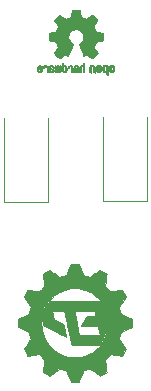
<source format=gbo>
G04 #@! TF.FileFunction,Legend,Bot*
%FSLAX46Y46*%
G04 Gerber Fmt 4.6, Leading zero omitted, Abs format (unit mm)*
G04 Created by KiCad (PCBNEW 4.0.6+dfsg1-1) date Thu Mar 15 12:50:15 2018*
%MOMM*%
%LPD*%
G01*
G04 APERTURE LIST*
%ADD10C,0.100000*%
%ADD11C,0.120000*%
%ADD12C,0.010000*%
G04 APERTURE END LIST*
D10*
D11*
X126050000Y-65500000D02*
X126050000Y-58400000D01*
X122350000Y-65500000D02*
X122350000Y-58400000D01*
X126050000Y-65500000D02*
X122350000Y-65500000D01*
X134400000Y-65450000D02*
X134400000Y-58350000D01*
X130700000Y-65450000D02*
X130700000Y-58350000D01*
X134400000Y-65450000D02*
X130700000Y-65450000D01*
D12*
G36*
X128218648Y-70784808D02*
X128140978Y-70785218D01*
X128073562Y-70785880D01*
X128021209Y-70786793D01*
X127988729Y-70787957D01*
X127980321Y-70788975D01*
X127973925Y-70802502D01*
X127957682Y-70839032D01*
X127932872Y-70895628D01*
X127900773Y-70969356D01*
X127862662Y-71057279D01*
X127819818Y-71156464D01*
X127775778Y-71258723D01*
X127729610Y-71365929D01*
X127686961Y-71464694D01*
X127649108Y-71552079D01*
X127617329Y-71625143D01*
X127592904Y-71680949D01*
X127577110Y-71716556D01*
X127571263Y-71728997D01*
X127556549Y-71734116D01*
X127520382Y-71743970D01*
X127468807Y-71756964D01*
X127428355Y-71766701D01*
X127348479Y-71786920D01*
X127258086Y-71811830D01*
X127173341Y-71836928D01*
X127151329Y-71843855D01*
X127012825Y-71888248D01*
X126605420Y-71582926D01*
X126498187Y-71502706D01*
X126411116Y-71438023D01*
X126341886Y-71387356D01*
X126288179Y-71349181D01*
X126247674Y-71321974D01*
X126218052Y-71304211D01*
X126196993Y-71294369D01*
X126182178Y-71290925D01*
X126171288Y-71292355D01*
X126166349Y-71294550D01*
X126145020Y-71306672D01*
X126103577Y-71330825D01*
X126046144Y-71364585D01*
X125976843Y-71405526D01*
X125899797Y-71451221D01*
X125877469Y-71464495D01*
X125620254Y-71617494D01*
X125626583Y-71670775D01*
X125629530Y-71697494D01*
X125634946Y-71748509D01*
X125642437Y-71820038D01*
X125651612Y-71908300D01*
X125662074Y-72009515D01*
X125673432Y-72119902D01*
X125680568Y-72189498D01*
X125728225Y-72654940D01*
X125561465Y-72824498D01*
X125502618Y-72884558D01*
X125447743Y-72940981D01*
X125401206Y-72989246D01*
X125367374Y-73024830D01*
X125354491Y-73038767D01*
X125314278Y-73083479D01*
X124815396Y-73027297D01*
X124700097Y-73014443D01*
X124594020Y-73002866D01*
X124500340Y-72992896D01*
X124422234Y-72984859D01*
X124362875Y-72979082D01*
X124325440Y-72975892D01*
X124313087Y-72975530D01*
X124305540Y-72988568D01*
X124286191Y-73022807D01*
X124256975Y-73074795D01*
X124219832Y-73141083D01*
X124176696Y-73218219D01*
X124145951Y-73273278D01*
X123982243Y-73566611D01*
X124232803Y-73922389D01*
X124297481Y-74014295D01*
X124359001Y-74101841D01*
X124414897Y-74181509D01*
X124462705Y-74249783D01*
X124499961Y-74303145D01*
X124524200Y-74338079D01*
X124528781Y-74344757D01*
X124574198Y-74411347D01*
X124536061Y-74542313D01*
X124516112Y-74614272D01*
X124493704Y-74700504D01*
X124472248Y-74787678D01*
X124461601Y-74833341D01*
X124425278Y-74993404D01*
X123501000Y-75418134D01*
X123501000Y-76101420D01*
X123963139Y-76314098D01*
X124425278Y-76526775D01*
X124461601Y-76686582D01*
X124480967Y-76768179D01*
X124503262Y-76856578D01*
X124525066Y-76938419D01*
X124536061Y-76977354D01*
X124574198Y-77108320D01*
X124528781Y-77174910D01*
X124509198Y-77203246D01*
X124475815Y-77251129D01*
X124431095Y-77315042D01*
X124377504Y-77391468D01*
X124317506Y-77476890D01*
X124253565Y-77567791D01*
X124232803Y-77597278D01*
X123982243Y-77953056D01*
X124145951Y-78246389D01*
X124191973Y-78328783D01*
X124233278Y-78402600D01*
X124267928Y-78464390D01*
X124293987Y-78510701D01*
X124309519Y-78538085D01*
X124313061Y-78544112D01*
X124327363Y-78543608D01*
X124366528Y-78540224D01*
X124427383Y-78534285D01*
X124506751Y-78526118D01*
X124601459Y-78516049D01*
X124708331Y-78504404D01*
X124815371Y-78492500D01*
X125314278Y-78436500D01*
X125354491Y-78481055D01*
X125378001Y-78506201D01*
X125416984Y-78546901D01*
X125467075Y-78598637D01*
X125523906Y-78656891D01*
X125561465Y-78695169D01*
X125728225Y-78864726D01*
X125680568Y-79330169D01*
X125668860Y-79444266D01*
X125657809Y-79551478D01*
X125647808Y-79648023D01*
X125639252Y-79730122D01*
X125632534Y-79793991D01*
X125628047Y-79835852D01*
X125626583Y-79848892D01*
X125620254Y-79902173D01*
X125877469Y-80055171D01*
X125955940Y-80101761D01*
X126027818Y-80144273D01*
X126088979Y-80180281D01*
X126135300Y-80207360D01*
X126162657Y-80223084D01*
X126166349Y-80225116D01*
X126176106Y-80228500D01*
X126188566Y-80227811D01*
X126206050Y-80221526D01*
X126230877Y-80208121D01*
X126265366Y-80186073D01*
X126311837Y-80153859D01*
X126372609Y-80109955D01*
X126450003Y-80052838D01*
X126546337Y-79980984D01*
X126605420Y-79936741D01*
X127012825Y-79631419D01*
X127151329Y-79675811D01*
X127231199Y-79700083D01*
X127321591Y-79725524D01*
X127406341Y-79747632D01*
X127428355Y-79752966D01*
X127486902Y-79767177D01*
X127534120Y-79779324D01*
X127563961Y-79787813D01*
X127571232Y-79790670D01*
X127577613Y-79804322D01*
X127593837Y-79840973D01*
X127618626Y-79897681D01*
X127650701Y-79971504D01*
X127688785Y-80059503D01*
X127731600Y-80158737D01*
X127775456Y-80260653D01*
X127821586Y-80367819D01*
X127864214Y-80466530D01*
X127902061Y-80553846D01*
X127933845Y-80626828D01*
X127958289Y-80682538D01*
X127974112Y-80718037D01*
X127979991Y-80730362D01*
X127995347Y-80732308D01*
X128034064Y-80734019D01*
X128091280Y-80735469D01*
X128162135Y-80736636D01*
X128241768Y-80737493D01*
X128325319Y-80738017D01*
X128407926Y-80738183D01*
X128484729Y-80737965D01*
X128550867Y-80737340D01*
X128601479Y-80736283D01*
X128631704Y-80734769D01*
X128637941Y-80733695D01*
X128646077Y-80719458D01*
X128663942Y-80682220D01*
X128690206Y-80624945D01*
X128723538Y-80550600D01*
X128762609Y-80462147D01*
X128806090Y-80362553D01*
X128849987Y-80260973D01*
X128896156Y-80153764D01*
X128938807Y-80054995D01*
X128976662Y-79967607D01*
X129008442Y-79894538D01*
X129032869Y-79838728D01*
X129048666Y-79803117D01*
X129054515Y-79790670D01*
X129069228Y-79785551D01*
X129105396Y-79775697D01*
X129156970Y-79762703D01*
X129197423Y-79752966D01*
X129277299Y-79732747D01*
X129367692Y-79707837D01*
X129452437Y-79682739D01*
X129474448Y-79675811D01*
X129612952Y-79631419D01*
X130020358Y-79936741D01*
X130127590Y-80016961D01*
X130214662Y-80081643D01*
X130283891Y-80132310D01*
X130337599Y-80170486D01*
X130378104Y-80197693D01*
X130407726Y-80215456D01*
X130428784Y-80225298D01*
X130443599Y-80228742D01*
X130454489Y-80227311D01*
X130459429Y-80225116D01*
X130480757Y-80212995D01*
X130522200Y-80188842D01*
X130579634Y-80155082D01*
X130648935Y-80114141D01*
X130725980Y-80068446D01*
X130748308Y-80055171D01*
X131005523Y-79902173D01*
X130999195Y-79848892D01*
X130996248Y-79822173D01*
X130990832Y-79771158D01*
X130983340Y-79699629D01*
X130974166Y-79611366D01*
X130963703Y-79510152D01*
X130952345Y-79399765D01*
X130945209Y-79330169D01*
X130897552Y-78864726D01*
X131064313Y-78695169D01*
X131123159Y-78635108D01*
X131178035Y-78578685D01*
X131224572Y-78530421D01*
X131258403Y-78494837D01*
X131271287Y-78480899D01*
X131311500Y-78436188D01*
X131810381Y-78492370D01*
X131925681Y-78505224D01*
X132031758Y-78516800D01*
X132125437Y-78526771D01*
X132203544Y-78534808D01*
X132262902Y-78540585D01*
X132300337Y-78543775D01*
X132312691Y-78544137D01*
X132320237Y-78531099D01*
X132339587Y-78496860D01*
X132368802Y-78444872D01*
X132405946Y-78378584D01*
X132449081Y-78301448D01*
X132479826Y-78246389D01*
X132643534Y-77953056D01*
X132392974Y-77597278D01*
X132328296Y-77505372D01*
X132266777Y-77417826D01*
X132210881Y-77338158D01*
X132163073Y-77269884D01*
X132125817Y-77216522D01*
X132101578Y-77181588D01*
X132096996Y-77174910D01*
X132051579Y-77108320D01*
X132089716Y-76977354D01*
X132109665Y-76905395D01*
X132132073Y-76819163D01*
X132153529Y-76731988D01*
X132164177Y-76686326D01*
X132200500Y-76526263D01*
X133124778Y-76101533D01*
X133124778Y-75759833D01*
X131135111Y-75759833D01*
X131130547Y-75961280D01*
X131115923Y-76144713D01*
X131089845Y-76318979D01*
X131050915Y-76492923D01*
X130997740Y-76675392D01*
X130983999Y-76717533D01*
X130881242Y-76983686D01*
X130754210Y-77237063D01*
X130604197Y-77475956D01*
X130432496Y-77698655D01*
X130240398Y-77903454D01*
X130029198Y-78088643D01*
X129843944Y-78223813D01*
X129745773Y-78284704D01*
X129629723Y-78348951D01*
X129504221Y-78412441D01*
X129377694Y-78471062D01*
X129258571Y-78520701D01*
X129170802Y-78552314D01*
X129037417Y-78591502D01*
X128893035Y-78626655D01*
X128750088Y-78655005D01*
X128628919Y-78672890D01*
X128547837Y-78679587D01*
X128447538Y-78683778D01*
X128336914Y-78685461D01*
X128224857Y-78684632D01*
X128120262Y-78681288D01*
X128032020Y-78675425D01*
X128009603Y-78673121D01*
X127752957Y-78631929D01*
X127506642Y-78567623D01*
X127264778Y-78478466D01*
X127106389Y-78405980D01*
X126935749Y-78316355D01*
X126782715Y-78222867D01*
X126636824Y-78118680D01*
X126511084Y-78016997D01*
X126308005Y-77826588D01*
X126124883Y-77617113D01*
X125962672Y-77390372D01*
X125822326Y-77148167D01*
X125704800Y-76892297D01*
X125611049Y-76624563D01*
X125542028Y-76346766D01*
X125505447Y-76120037D01*
X125500331Y-76063692D01*
X125495982Y-75987289D01*
X125492736Y-75898988D01*
X125490928Y-75806952D01*
X125490666Y-75759833D01*
X125495231Y-75558387D01*
X125509854Y-75374954D01*
X125535933Y-75200688D01*
X125574862Y-75026744D01*
X125628038Y-74844275D01*
X125641779Y-74802134D01*
X125744536Y-74535981D01*
X125871567Y-74282604D01*
X126021580Y-74043711D01*
X126193282Y-73821011D01*
X126385379Y-73616213D01*
X126596579Y-73431024D01*
X126781833Y-73295854D01*
X126879508Y-73235258D01*
X126995008Y-73171275D01*
X127119947Y-73108000D01*
X127245940Y-73049526D01*
X127364599Y-72999949D01*
X127454029Y-72967667D01*
X127723309Y-72894674D01*
X127996692Y-72849255D01*
X128272268Y-72831411D01*
X128548124Y-72841140D01*
X128822351Y-72878444D01*
X129093038Y-72943321D01*
X129171749Y-72967667D01*
X129277465Y-73006373D01*
X129397695Y-73057481D01*
X129524052Y-73116896D01*
X129648150Y-73180525D01*
X129761604Y-73244273D01*
X129843944Y-73295854D01*
X130069749Y-73463808D01*
X130277504Y-73652762D01*
X130465916Y-73861010D01*
X130633694Y-74086841D01*
X130779543Y-74328549D01*
X130902170Y-74584424D01*
X130983999Y-74802134D01*
X131040494Y-74987664D01*
X131082436Y-75162724D01*
X131111220Y-75336160D01*
X131128243Y-75516819D01*
X131134899Y-75713546D01*
X131135111Y-75759833D01*
X133124778Y-75759833D01*
X133124778Y-75418134D01*
X132200500Y-74993404D01*
X132164177Y-74833341D01*
X132144830Y-74751715D01*
X132122558Y-74663312D01*
X132100769Y-74581465D01*
X132089716Y-74542313D01*
X132051579Y-74411347D01*
X132096996Y-74344757D01*
X132116579Y-74316421D01*
X132149963Y-74268538D01*
X132194682Y-74204625D01*
X132248273Y-74128199D01*
X132308272Y-74042777D01*
X132372212Y-73951876D01*
X132392974Y-73922389D01*
X132643534Y-73566611D01*
X132479826Y-73273278D01*
X132433803Y-73190882D01*
X132392495Y-73117061D01*
X132357840Y-73055267D01*
X132331775Y-73008950D01*
X132316237Y-72981560D01*
X132312691Y-72975530D01*
X132298384Y-72976032D01*
X132259215Y-72979425D01*
X132198357Y-72985381D01*
X132118987Y-72993573D01*
X132024280Y-73003674D01*
X131917410Y-73015356D01*
X131810381Y-73027297D01*
X131311500Y-73083479D01*
X131271287Y-73038767D01*
X131247775Y-73013567D01*
X131208788Y-72972819D01*
X131158693Y-72921045D01*
X131101858Y-72862766D01*
X131064313Y-72824498D01*
X130897552Y-72654940D01*
X130945209Y-72189498D01*
X130956918Y-72075401D01*
X130967969Y-71968189D01*
X130977969Y-71871643D01*
X130986525Y-71789545D01*
X130993243Y-71725675D01*
X130997730Y-71683815D01*
X130999195Y-71670775D01*
X131005523Y-71617494D01*
X130748308Y-71464495D01*
X130669837Y-71417906D01*
X130597960Y-71375394D01*
X130536799Y-71339386D01*
X130490478Y-71312307D01*
X130463120Y-71296583D01*
X130459429Y-71294550D01*
X130449672Y-71291167D01*
X130437211Y-71291856D01*
X130419727Y-71298141D01*
X130394901Y-71311546D01*
X130360412Y-71333593D01*
X130313941Y-71365808D01*
X130253168Y-71409712D01*
X130175774Y-71466829D01*
X130079440Y-71538683D01*
X130020358Y-71582926D01*
X129612952Y-71888248D01*
X129474448Y-71843855D01*
X129394579Y-71819584D01*
X129304186Y-71794143D01*
X129219437Y-71772035D01*
X129197423Y-71766701D01*
X129138871Y-71752490D01*
X129091645Y-71740342D01*
X129061793Y-71731853D01*
X129054515Y-71728997D01*
X129048124Y-71715346D01*
X129031884Y-71678698D01*
X129007075Y-71621993D01*
X128974974Y-71548170D01*
X128936860Y-71460169D01*
X128894012Y-71360930D01*
X128850000Y-71258723D01*
X128803836Y-71151542D01*
X128761188Y-71052826D01*
X128723334Y-70965510D01*
X128691552Y-70892529D01*
X128667120Y-70836820D01*
X128651316Y-70801316D01*
X128645456Y-70788975D01*
X128630672Y-70787626D01*
X128592476Y-70786527D01*
X128535678Y-70785681D01*
X128465087Y-70785085D01*
X128385512Y-70784742D01*
X128301762Y-70784649D01*
X128218648Y-70784808D01*
X128218648Y-70784808D01*
G37*
X128218648Y-70784808D02*
X128140978Y-70785218D01*
X128073562Y-70785880D01*
X128021209Y-70786793D01*
X127988729Y-70787957D01*
X127980321Y-70788975D01*
X127973925Y-70802502D01*
X127957682Y-70839032D01*
X127932872Y-70895628D01*
X127900773Y-70969356D01*
X127862662Y-71057279D01*
X127819818Y-71156464D01*
X127775778Y-71258723D01*
X127729610Y-71365929D01*
X127686961Y-71464694D01*
X127649108Y-71552079D01*
X127617329Y-71625143D01*
X127592904Y-71680949D01*
X127577110Y-71716556D01*
X127571263Y-71728997D01*
X127556549Y-71734116D01*
X127520382Y-71743970D01*
X127468807Y-71756964D01*
X127428355Y-71766701D01*
X127348479Y-71786920D01*
X127258086Y-71811830D01*
X127173341Y-71836928D01*
X127151329Y-71843855D01*
X127012825Y-71888248D01*
X126605420Y-71582926D01*
X126498187Y-71502706D01*
X126411116Y-71438023D01*
X126341886Y-71387356D01*
X126288179Y-71349181D01*
X126247674Y-71321974D01*
X126218052Y-71304211D01*
X126196993Y-71294369D01*
X126182178Y-71290925D01*
X126171288Y-71292355D01*
X126166349Y-71294550D01*
X126145020Y-71306672D01*
X126103577Y-71330825D01*
X126046144Y-71364585D01*
X125976843Y-71405526D01*
X125899797Y-71451221D01*
X125877469Y-71464495D01*
X125620254Y-71617494D01*
X125626583Y-71670775D01*
X125629530Y-71697494D01*
X125634946Y-71748509D01*
X125642437Y-71820038D01*
X125651612Y-71908300D01*
X125662074Y-72009515D01*
X125673432Y-72119902D01*
X125680568Y-72189498D01*
X125728225Y-72654940D01*
X125561465Y-72824498D01*
X125502618Y-72884558D01*
X125447743Y-72940981D01*
X125401206Y-72989246D01*
X125367374Y-73024830D01*
X125354491Y-73038767D01*
X125314278Y-73083479D01*
X124815396Y-73027297D01*
X124700097Y-73014443D01*
X124594020Y-73002866D01*
X124500340Y-72992896D01*
X124422234Y-72984859D01*
X124362875Y-72979082D01*
X124325440Y-72975892D01*
X124313087Y-72975530D01*
X124305540Y-72988568D01*
X124286191Y-73022807D01*
X124256975Y-73074795D01*
X124219832Y-73141083D01*
X124176696Y-73218219D01*
X124145951Y-73273278D01*
X123982243Y-73566611D01*
X124232803Y-73922389D01*
X124297481Y-74014295D01*
X124359001Y-74101841D01*
X124414897Y-74181509D01*
X124462705Y-74249783D01*
X124499961Y-74303145D01*
X124524200Y-74338079D01*
X124528781Y-74344757D01*
X124574198Y-74411347D01*
X124536061Y-74542313D01*
X124516112Y-74614272D01*
X124493704Y-74700504D01*
X124472248Y-74787678D01*
X124461601Y-74833341D01*
X124425278Y-74993404D01*
X123501000Y-75418134D01*
X123501000Y-76101420D01*
X123963139Y-76314098D01*
X124425278Y-76526775D01*
X124461601Y-76686582D01*
X124480967Y-76768179D01*
X124503262Y-76856578D01*
X124525066Y-76938419D01*
X124536061Y-76977354D01*
X124574198Y-77108320D01*
X124528781Y-77174910D01*
X124509198Y-77203246D01*
X124475815Y-77251129D01*
X124431095Y-77315042D01*
X124377504Y-77391468D01*
X124317506Y-77476890D01*
X124253565Y-77567791D01*
X124232803Y-77597278D01*
X123982243Y-77953056D01*
X124145951Y-78246389D01*
X124191973Y-78328783D01*
X124233278Y-78402600D01*
X124267928Y-78464390D01*
X124293987Y-78510701D01*
X124309519Y-78538085D01*
X124313061Y-78544112D01*
X124327363Y-78543608D01*
X124366528Y-78540224D01*
X124427383Y-78534285D01*
X124506751Y-78526118D01*
X124601459Y-78516049D01*
X124708331Y-78504404D01*
X124815371Y-78492500D01*
X125314278Y-78436500D01*
X125354491Y-78481055D01*
X125378001Y-78506201D01*
X125416984Y-78546901D01*
X125467075Y-78598637D01*
X125523906Y-78656891D01*
X125561465Y-78695169D01*
X125728225Y-78864726D01*
X125680568Y-79330169D01*
X125668860Y-79444266D01*
X125657809Y-79551478D01*
X125647808Y-79648023D01*
X125639252Y-79730122D01*
X125632534Y-79793991D01*
X125628047Y-79835852D01*
X125626583Y-79848892D01*
X125620254Y-79902173D01*
X125877469Y-80055171D01*
X125955940Y-80101761D01*
X126027818Y-80144273D01*
X126088979Y-80180281D01*
X126135300Y-80207360D01*
X126162657Y-80223084D01*
X126166349Y-80225116D01*
X126176106Y-80228500D01*
X126188566Y-80227811D01*
X126206050Y-80221526D01*
X126230877Y-80208121D01*
X126265366Y-80186073D01*
X126311837Y-80153859D01*
X126372609Y-80109955D01*
X126450003Y-80052838D01*
X126546337Y-79980984D01*
X126605420Y-79936741D01*
X127012825Y-79631419D01*
X127151329Y-79675811D01*
X127231199Y-79700083D01*
X127321591Y-79725524D01*
X127406341Y-79747632D01*
X127428355Y-79752966D01*
X127486902Y-79767177D01*
X127534120Y-79779324D01*
X127563961Y-79787813D01*
X127571232Y-79790670D01*
X127577613Y-79804322D01*
X127593837Y-79840973D01*
X127618626Y-79897681D01*
X127650701Y-79971504D01*
X127688785Y-80059503D01*
X127731600Y-80158737D01*
X127775456Y-80260653D01*
X127821586Y-80367819D01*
X127864214Y-80466530D01*
X127902061Y-80553846D01*
X127933845Y-80626828D01*
X127958289Y-80682538D01*
X127974112Y-80718037D01*
X127979991Y-80730362D01*
X127995347Y-80732308D01*
X128034064Y-80734019D01*
X128091280Y-80735469D01*
X128162135Y-80736636D01*
X128241768Y-80737493D01*
X128325319Y-80738017D01*
X128407926Y-80738183D01*
X128484729Y-80737965D01*
X128550867Y-80737340D01*
X128601479Y-80736283D01*
X128631704Y-80734769D01*
X128637941Y-80733695D01*
X128646077Y-80719458D01*
X128663942Y-80682220D01*
X128690206Y-80624945D01*
X128723538Y-80550600D01*
X128762609Y-80462147D01*
X128806090Y-80362553D01*
X128849987Y-80260973D01*
X128896156Y-80153764D01*
X128938807Y-80054995D01*
X128976662Y-79967607D01*
X129008442Y-79894538D01*
X129032869Y-79838728D01*
X129048666Y-79803117D01*
X129054515Y-79790670D01*
X129069228Y-79785551D01*
X129105396Y-79775697D01*
X129156970Y-79762703D01*
X129197423Y-79752966D01*
X129277299Y-79732747D01*
X129367692Y-79707837D01*
X129452437Y-79682739D01*
X129474448Y-79675811D01*
X129612952Y-79631419D01*
X130020358Y-79936741D01*
X130127590Y-80016961D01*
X130214662Y-80081643D01*
X130283891Y-80132310D01*
X130337599Y-80170486D01*
X130378104Y-80197693D01*
X130407726Y-80215456D01*
X130428784Y-80225298D01*
X130443599Y-80228742D01*
X130454489Y-80227311D01*
X130459429Y-80225116D01*
X130480757Y-80212995D01*
X130522200Y-80188842D01*
X130579634Y-80155082D01*
X130648935Y-80114141D01*
X130725980Y-80068446D01*
X130748308Y-80055171D01*
X131005523Y-79902173D01*
X130999195Y-79848892D01*
X130996248Y-79822173D01*
X130990832Y-79771158D01*
X130983340Y-79699629D01*
X130974166Y-79611366D01*
X130963703Y-79510152D01*
X130952345Y-79399765D01*
X130945209Y-79330169D01*
X130897552Y-78864726D01*
X131064313Y-78695169D01*
X131123159Y-78635108D01*
X131178035Y-78578685D01*
X131224572Y-78530421D01*
X131258403Y-78494837D01*
X131271287Y-78480899D01*
X131311500Y-78436188D01*
X131810381Y-78492370D01*
X131925681Y-78505224D01*
X132031758Y-78516800D01*
X132125437Y-78526771D01*
X132203544Y-78534808D01*
X132262902Y-78540585D01*
X132300337Y-78543775D01*
X132312691Y-78544137D01*
X132320237Y-78531099D01*
X132339587Y-78496860D01*
X132368802Y-78444872D01*
X132405946Y-78378584D01*
X132449081Y-78301448D01*
X132479826Y-78246389D01*
X132643534Y-77953056D01*
X132392974Y-77597278D01*
X132328296Y-77505372D01*
X132266777Y-77417826D01*
X132210881Y-77338158D01*
X132163073Y-77269884D01*
X132125817Y-77216522D01*
X132101578Y-77181588D01*
X132096996Y-77174910D01*
X132051579Y-77108320D01*
X132089716Y-76977354D01*
X132109665Y-76905395D01*
X132132073Y-76819163D01*
X132153529Y-76731988D01*
X132164177Y-76686326D01*
X132200500Y-76526263D01*
X133124778Y-76101533D01*
X133124778Y-75759833D01*
X131135111Y-75759833D01*
X131130547Y-75961280D01*
X131115923Y-76144713D01*
X131089845Y-76318979D01*
X131050915Y-76492923D01*
X130997740Y-76675392D01*
X130983999Y-76717533D01*
X130881242Y-76983686D01*
X130754210Y-77237063D01*
X130604197Y-77475956D01*
X130432496Y-77698655D01*
X130240398Y-77903454D01*
X130029198Y-78088643D01*
X129843944Y-78223813D01*
X129745773Y-78284704D01*
X129629723Y-78348951D01*
X129504221Y-78412441D01*
X129377694Y-78471062D01*
X129258571Y-78520701D01*
X129170802Y-78552314D01*
X129037417Y-78591502D01*
X128893035Y-78626655D01*
X128750088Y-78655005D01*
X128628919Y-78672890D01*
X128547837Y-78679587D01*
X128447538Y-78683778D01*
X128336914Y-78685461D01*
X128224857Y-78684632D01*
X128120262Y-78681288D01*
X128032020Y-78675425D01*
X128009603Y-78673121D01*
X127752957Y-78631929D01*
X127506642Y-78567623D01*
X127264778Y-78478466D01*
X127106389Y-78405980D01*
X126935749Y-78316355D01*
X126782715Y-78222867D01*
X126636824Y-78118680D01*
X126511084Y-78016997D01*
X126308005Y-77826588D01*
X126124883Y-77617113D01*
X125962672Y-77390372D01*
X125822326Y-77148167D01*
X125704800Y-76892297D01*
X125611049Y-76624563D01*
X125542028Y-76346766D01*
X125505447Y-76120037D01*
X125500331Y-76063692D01*
X125495982Y-75987289D01*
X125492736Y-75898988D01*
X125490928Y-75806952D01*
X125490666Y-75759833D01*
X125495231Y-75558387D01*
X125509854Y-75374954D01*
X125535933Y-75200688D01*
X125574862Y-75026744D01*
X125628038Y-74844275D01*
X125641779Y-74802134D01*
X125744536Y-74535981D01*
X125871567Y-74282604D01*
X126021580Y-74043711D01*
X126193282Y-73821011D01*
X126385379Y-73616213D01*
X126596579Y-73431024D01*
X126781833Y-73295854D01*
X126879508Y-73235258D01*
X126995008Y-73171275D01*
X127119947Y-73108000D01*
X127245940Y-73049526D01*
X127364599Y-72999949D01*
X127454029Y-72967667D01*
X127723309Y-72894674D01*
X127996692Y-72849255D01*
X128272268Y-72831411D01*
X128548124Y-72841140D01*
X128822351Y-72878444D01*
X129093038Y-72943321D01*
X129171749Y-72967667D01*
X129277465Y-73006373D01*
X129397695Y-73057481D01*
X129524052Y-73116896D01*
X129648150Y-73180525D01*
X129761604Y-73244273D01*
X129843944Y-73295854D01*
X130069749Y-73463808D01*
X130277504Y-73652762D01*
X130465916Y-73861010D01*
X130633694Y-74086841D01*
X130779543Y-74328549D01*
X130902170Y-74584424D01*
X130983999Y-74802134D01*
X131040494Y-74987664D01*
X131082436Y-75162724D01*
X131111220Y-75336160D01*
X131128243Y-75516819D01*
X131134899Y-75713546D01*
X131135111Y-75759833D01*
X133124778Y-75759833D01*
X133124778Y-75418134D01*
X132200500Y-74993404D01*
X132164177Y-74833341D01*
X132144830Y-74751715D01*
X132122558Y-74663312D01*
X132100769Y-74581465D01*
X132089716Y-74542313D01*
X132051579Y-74411347D01*
X132096996Y-74344757D01*
X132116579Y-74316421D01*
X132149963Y-74268538D01*
X132194682Y-74204625D01*
X132248273Y-74128199D01*
X132308272Y-74042777D01*
X132372212Y-73951876D01*
X132392974Y-73922389D01*
X132643534Y-73566611D01*
X132479826Y-73273278D01*
X132433803Y-73190882D01*
X132392495Y-73117061D01*
X132357840Y-73055267D01*
X132331775Y-73008950D01*
X132316237Y-72981560D01*
X132312691Y-72975530D01*
X132298384Y-72976032D01*
X132259215Y-72979425D01*
X132198357Y-72985381D01*
X132118987Y-72993573D01*
X132024280Y-73003674D01*
X131917410Y-73015356D01*
X131810381Y-73027297D01*
X131311500Y-73083479D01*
X131271287Y-73038767D01*
X131247775Y-73013567D01*
X131208788Y-72972819D01*
X131158693Y-72921045D01*
X131101858Y-72862766D01*
X131064313Y-72824498D01*
X130897552Y-72654940D01*
X130945209Y-72189498D01*
X130956918Y-72075401D01*
X130967969Y-71968189D01*
X130977969Y-71871643D01*
X130986525Y-71789545D01*
X130993243Y-71725675D01*
X130997730Y-71683815D01*
X130999195Y-71670775D01*
X131005523Y-71617494D01*
X130748308Y-71464495D01*
X130669837Y-71417906D01*
X130597960Y-71375394D01*
X130536799Y-71339386D01*
X130490478Y-71312307D01*
X130463120Y-71296583D01*
X130459429Y-71294550D01*
X130449672Y-71291167D01*
X130437211Y-71291856D01*
X130419727Y-71298141D01*
X130394901Y-71311546D01*
X130360412Y-71333593D01*
X130313941Y-71365808D01*
X130253168Y-71409712D01*
X130175774Y-71466829D01*
X130079440Y-71538683D01*
X130020358Y-71582926D01*
X129612952Y-71888248D01*
X129474448Y-71843855D01*
X129394579Y-71819584D01*
X129304186Y-71794143D01*
X129219437Y-71772035D01*
X129197423Y-71766701D01*
X129138871Y-71752490D01*
X129091645Y-71740342D01*
X129061793Y-71731853D01*
X129054515Y-71728997D01*
X129048124Y-71715346D01*
X129031884Y-71678698D01*
X129007075Y-71621993D01*
X128974974Y-71548170D01*
X128936860Y-71460169D01*
X128894012Y-71360930D01*
X128850000Y-71258723D01*
X128803836Y-71151542D01*
X128761188Y-71052826D01*
X128723334Y-70965510D01*
X128691552Y-70892529D01*
X128667120Y-70836820D01*
X128651316Y-70801316D01*
X128645456Y-70788975D01*
X128630672Y-70787626D01*
X128592476Y-70786527D01*
X128535678Y-70785681D01*
X128465087Y-70785085D01*
X128385512Y-70784742D01*
X128301762Y-70784649D01*
X128218648Y-70784808D01*
G36*
X129589492Y-79684848D02*
X129570273Y-79695884D01*
X129578486Y-79702570D01*
X129597833Y-79703889D01*
X129617507Y-79698679D01*
X129618547Y-79690394D01*
X129600190Y-79682707D01*
X129589492Y-79684848D01*
X129589492Y-79684848D01*
G37*
X129589492Y-79684848D02*
X129570273Y-79695884D01*
X129578486Y-79702570D01*
X129597833Y-79703889D01*
X129617507Y-79698679D01*
X129618547Y-79690394D01*
X129600190Y-79682707D01*
X129589492Y-79684848D01*
G36*
X129051813Y-73904312D02*
X128858911Y-73904605D01*
X128691355Y-73905140D01*
X128547709Y-73905954D01*
X128426535Y-73907085D01*
X128326396Y-73908570D01*
X128245853Y-73910446D01*
X128183471Y-73912752D01*
X128137810Y-73915524D01*
X128107435Y-73918801D01*
X128090907Y-73922619D01*
X128086789Y-73927017D01*
X128093644Y-73932032D01*
X128100777Y-73934796D01*
X128107062Y-73949258D01*
X128118280Y-73987925D01*
X128133589Y-74047379D01*
X128152149Y-74124199D01*
X128173119Y-74214968D01*
X128195660Y-74316264D01*
X128204241Y-74355778D01*
X128294040Y-74772056D01*
X129147995Y-74775692D01*
X130001949Y-74779328D01*
X130041320Y-74959136D01*
X130056584Y-75027927D01*
X130070161Y-75087411D01*
X130080698Y-75131783D01*
X130086843Y-75155236D01*
X130087299Y-75156583D01*
X130083620Y-75162175D01*
X130066182Y-75166529D01*
X130032420Y-75169773D01*
X129979766Y-75172033D01*
X129905652Y-75173437D01*
X129807510Y-75174113D01*
X129731927Y-75174222D01*
X129369947Y-75174222D01*
X129091890Y-75594028D01*
X129027527Y-75691296D01*
X128968169Y-75781182D01*
X128915606Y-75860962D01*
X128871627Y-75927911D01*
X128838022Y-75979307D01*
X128816579Y-76012424D01*
X128809129Y-76024417D01*
X128821882Y-76026448D01*
X128860260Y-76028351D01*
X128921665Y-76030088D01*
X129003502Y-76031622D01*
X129103172Y-76032915D01*
X129218078Y-76033929D01*
X129345624Y-76034627D01*
X129483212Y-76034970D01*
X129538429Y-76035000D01*
X129701450Y-76035048D01*
X129838515Y-76035241D01*
X129951891Y-76035655D01*
X130043842Y-76036365D01*
X130116637Y-76037448D01*
X130172541Y-76038977D01*
X130213819Y-76041030D01*
X130242739Y-76043682D01*
X130261566Y-76047007D01*
X130272567Y-76051082D01*
X130278008Y-76055982D01*
X130279652Y-76059695D01*
X130284537Y-76079846D01*
X130294178Y-76122388D01*
X130307626Y-76182935D01*
X130323930Y-76257100D01*
X130342140Y-76340495D01*
X130361308Y-76428734D01*
X130380483Y-76517430D01*
X130398715Y-76602196D01*
X130415054Y-76678645D01*
X130428552Y-76742391D01*
X130438257Y-76789046D01*
X130443221Y-76814223D01*
X130443666Y-76817267D01*
X130429958Y-76818678D01*
X130390440Y-76820008D01*
X130327526Y-76821237D01*
X130243629Y-76822341D01*
X130141163Y-76823299D01*
X130022540Y-76824088D01*
X129890173Y-76824686D01*
X129746476Y-76825071D01*
X129593862Y-76825221D01*
X129578773Y-76825222D01*
X128713880Y-76825222D01*
X128425240Y-77222804D01*
X128357069Y-77316517D01*
X128293627Y-77403374D01*
X128236944Y-77480620D01*
X128189051Y-77545506D01*
X128151976Y-77595278D01*
X128127752Y-77627184D01*
X128118910Y-77638074D01*
X128103698Y-77657249D01*
X128101222Y-77663825D01*
X128114985Y-77665066D01*
X128154885Y-77666248D01*
X128218834Y-77667357D01*
X128304746Y-77668379D01*
X128410536Y-77669299D01*
X128534116Y-77670103D01*
X128673401Y-77670775D01*
X128826304Y-77671303D01*
X128990740Y-77671670D01*
X129164621Y-77671863D01*
X129258348Y-77671889D01*
X130415474Y-77671889D01*
X130482487Y-77586015D01*
X130645926Y-77354028D01*
X130786521Y-77107088D01*
X130903159Y-76847933D01*
X130994725Y-76579300D01*
X131060105Y-76303924D01*
X131091963Y-76088473D01*
X131106341Y-75872887D01*
X131104964Y-75644973D01*
X131088324Y-75415476D01*
X131056918Y-75195141D01*
X131048895Y-75153056D01*
X131003058Y-74965850D01*
X130939922Y-74771804D01*
X130862338Y-74577145D01*
X130773156Y-74388102D01*
X130675226Y-74210902D01*
X130571401Y-74051773D01*
X130504728Y-73964195D01*
X130455888Y-73904222D01*
X129271500Y-73904222D01*
X129051813Y-73904312D01*
X129051813Y-73904312D01*
G37*
X129051813Y-73904312D02*
X128858911Y-73904605D01*
X128691355Y-73905140D01*
X128547709Y-73905954D01*
X128426535Y-73907085D01*
X128326396Y-73908570D01*
X128245853Y-73910446D01*
X128183471Y-73912752D01*
X128137810Y-73915524D01*
X128107435Y-73918801D01*
X128090907Y-73922619D01*
X128086789Y-73927017D01*
X128093644Y-73932032D01*
X128100777Y-73934796D01*
X128107062Y-73949258D01*
X128118280Y-73987925D01*
X128133589Y-74047379D01*
X128152149Y-74124199D01*
X128173119Y-74214968D01*
X128195660Y-74316264D01*
X128204241Y-74355778D01*
X128294040Y-74772056D01*
X129147995Y-74775692D01*
X130001949Y-74779328D01*
X130041320Y-74959136D01*
X130056584Y-75027927D01*
X130070161Y-75087411D01*
X130080698Y-75131783D01*
X130086843Y-75155236D01*
X130087299Y-75156583D01*
X130083620Y-75162175D01*
X130066182Y-75166529D01*
X130032420Y-75169773D01*
X129979766Y-75172033D01*
X129905652Y-75173437D01*
X129807510Y-75174113D01*
X129731927Y-75174222D01*
X129369947Y-75174222D01*
X129091890Y-75594028D01*
X129027527Y-75691296D01*
X128968169Y-75781182D01*
X128915606Y-75860962D01*
X128871627Y-75927911D01*
X128838022Y-75979307D01*
X128816579Y-76012424D01*
X128809129Y-76024417D01*
X128821882Y-76026448D01*
X128860260Y-76028351D01*
X128921665Y-76030088D01*
X129003502Y-76031622D01*
X129103172Y-76032915D01*
X129218078Y-76033929D01*
X129345624Y-76034627D01*
X129483212Y-76034970D01*
X129538429Y-76035000D01*
X129701450Y-76035048D01*
X129838515Y-76035241D01*
X129951891Y-76035655D01*
X130043842Y-76036365D01*
X130116637Y-76037448D01*
X130172541Y-76038977D01*
X130213819Y-76041030D01*
X130242739Y-76043682D01*
X130261566Y-76047007D01*
X130272567Y-76051082D01*
X130278008Y-76055982D01*
X130279652Y-76059695D01*
X130284537Y-76079846D01*
X130294178Y-76122388D01*
X130307626Y-76182935D01*
X130323930Y-76257100D01*
X130342140Y-76340495D01*
X130361308Y-76428734D01*
X130380483Y-76517430D01*
X130398715Y-76602196D01*
X130415054Y-76678645D01*
X130428552Y-76742391D01*
X130438257Y-76789046D01*
X130443221Y-76814223D01*
X130443666Y-76817267D01*
X130429958Y-76818678D01*
X130390440Y-76820008D01*
X130327526Y-76821237D01*
X130243629Y-76822341D01*
X130141163Y-76823299D01*
X130022540Y-76824088D01*
X129890173Y-76824686D01*
X129746476Y-76825071D01*
X129593862Y-76825221D01*
X129578773Y-76825222D01*
X128713880Y-76825222D01*
X128425240Y-77222804D01*
X128357069Y-77316517D01*
X128293627Y-77403374D01*
X128236944Y-77480620D01*
X128189051Y-77545506D01*
X128151976Y-77595278D01*
X128127752Y-77627184D01*
X128118910Y-77638074D01*
X128103698Y-77657249D01*
X128101222Y-77663825D01*
X128114985Y-77665066D01*
X128154885Y-77666248D01*
X128218834Y-77667357D01*
X128304746Y-77668379D01*
X128410536Y-77669299D01*
X128534116Y-77670103D01*
X128673401Y-77670775D01*
X128826304Y-77671303D01*
X128990740Y-77671670D01*
X129164621Y-77671863D01*
X129258348Y-77671889D01*
X130415474Y-77671889D01*
X130482487Y-77586015D01*
X130645926Y-77354028D01*
X130786521Y-77107088D01*
X130903159Y-76847933D01*
X130994725Y-76579300D01*
X131060105Y-76303924D01*
X131091963Y-76088473D01*
X131106341Y-75872887D01*
X131104964Y-75644973D01*
X131088324Y-75415476D01*
X131056918Y-75195141D01*
X131048895Y-75153056D01*
X131003058Y-74965850D01*
X130939922Y-74771804D01*
X130862338Y-74577145D01*
X130773156Y-74388102D01*
X130675226Y-74210902D01*
X130571401Y-74051773D01*
X130504728Y-73964195D01*
X130455888Y-73904222D01*
X129271500Y-73904222D01*
X129051813Y-73904312D01*
G36*
X126121050Y-73964195D02*
X126012544Y-74112315D01*
X125908792Y-74282618D01*
X125812518Y-74469137D01*
X125726452Y-74665903D01*
X125653318Y-74866951D01*
X125595845Y-75066313D01*
X125574527Y-75160111D01*
X125557189Y-75258242D01*
X125548639Y-75347480D01*
X125549143Y-75435580D01*
X125558965Y-75530293D01*
X125578370Y-75639376D01*
X125593249Y-75708420D01*
X125638833Y-75911006D01*
X126619555Y-76444230D01*
X126773152Y-76527667D01*
X126919466Y-76607004D01*
X127056622Y-76681233D01*
X127182745Y-76749345D01*
X127295961Y-76810334D01*
X127394394Y-76863190D01*
X127476169Y-76906906D01*
X127539412Y-76940474D01*
X127582248Y-76962886D01*
X127602802Y-76973134D01*
X127604377Y-76973674D01*
X127602236Y-76959807D01*
X127594839Y-76922017D01*
X127582968Y-76863951D01*
X127567406Y-76789253D01*
X127548936Y-76701571D01*
X127528341Y-76604550D01*
X127506405Y-76501835D01*
X127483910Y-76397073D01*
X127461640Y-76293910D01*
X127440377Y-76195990D01*
X127420904Y-76106960D01*
X127404006Y-76030466D01*
X127390464Y-75970154D01*
X127381062Y-75929670D01*
X127376582Y-75912658D01*
X127376430Y-75912383D01*
X127363988Y-75905064D01*
X127329819Y-75885494D01*
X127276775Y-75855291D01*
X127207706Y-75816074D01*
X127125465Y-75769465D01*
X127032902Y-75717080D01*
X126957901Y-75674683D01*
X126858927Y-75618637D01*
X126767713Y-75566750D01*
X126687193Y-75520709D01*
X126620303Y-75482202D01*
X126569976Y-75452917D01*
X126539148Y-75434541D01*
X126530622Y-75428967D01*
X126524972Y-75412806D01*
X126514959Y-75373116D01*
X126501467Y-75314099D01*
X126485380Y-75239957D01*
X126467582Y-75154891D01*
X126448957Y-75063104D01*
X126430389Y-74968796D01*
X126412763Y-74876169D01*
X126402059Y-74817917D01*
X126392499Y-74765000D01*
X126915249Y-74765000D01*
X127050993Y-74765085D01*
X127161151Y-74765419D01*
X127248362Y-74766121D01*
X127315261Y-74767309D01*
X127364487Y-74769100D01*
X127398675Y-74771615D01*
X127420462Y-74774970D01*
X127432487Y-74779285D01*
X127437385Y-74784678D01*
X127438000Y-74788467D01*
X127440947Y-74805660D01*
X127449461Y-74848166D01*
X127463054Y-74913733D01*
X127481237Y-75000110D01*
X127503519Y-75105046D01*
X127529411Y-75226288D01*
X127558425Y-75361586D01*
X127590072Y-75508687D01*
X127623861Y-75665340D01*
X127659303Y-75829294D01*
X127695911Y-75998296D01*
X127733193Y-76170096D01*
X127770661Y-76342442D01*
X127807825Y-76513082D01*
X127844197Y-76679765D01*
X127879287Y-76840239D01*
X127912606Y-76992253D01*
X127943665Y-77133554D01*
X127971973Y-77261892D01*
X127997043Y-77375015D01*
X128018385Y-77470671D01*
X128035509Y-77546608D01*
X128047926Y-77600576D01*
X128055148Y-77630323D01*
X128056602Y-77635283D01*
X128062337Y-77639066D01*
X128073772Y-77632630D01*
X128092409Y-77614107D01*
X128119752Y-77581631D01*
X128157304Y-77533337D01*
X128206567Y-77467357D01*
X128269047Y-77381827D01*
X128340759Y-77282505D01*
X128408441Y-77188615D01*
X128472797Y-77099692D01*
X128531473Y-77018963D01*
X128582116Y-76949650D01*
X128622375Y-76894978D01*
X128649895Y-76858171D01*
X128659021Y-76846371D01*
X128704137Y-76789909D01*
X128385418Y-75347066D01*
X128066698Y-73904222D01*
X126169889Y-73904222D01*
X126121050Y-73964195D01*
X126121050Y-73964195D01*
G37*
X126121050Y-73964195D02*
X126012544Y-74112315D01*
X125908792Y-74282618D01*
X125812518Y-74469137D01*
X125726452Y-74665903D01*
X125653318Y-74866951D01*
X125595845Y-75066313D01*
X125574527Y-75160111D01*
X125557189Y-75258242D01*
X125548639Y-75347480D01*
X125549143Y-75435580D01*
X125558965Y-75530293D01*
X125578370Y-75639376D01*
X125593249Y-75708420D01*
X125638833Y-75911006D01*
X126619555Y-76444230D01*
X126773152Y-76527667D01*
X126919466Y-76607004D01*
X127056622Y-76681233D01*
X127182745Y-76749345D01*
X127295961Y-76810334D01*
X127394394Y-76863190D01*
X127476169Y-76906906D01*
X127539412Y-76940474D01*
X127582248Y-76962886D01*
X127602802Y-76973134D01*
X127604377Y-76973674D01*
X127602236Y-76959807D01*
X127594839Y-76922017D01*
X127582968Y-76863951D01*
X127567406Y-76789253D01*
X127548936Y-76701571D01*
X127528341Y-76604550D01*
X127506405Y-76501835D01*
X127483910Y-76397073D01*
X127461640Y-76293910D01*
X127440377Y-76195990D01*
X127420904Y-76106960D01*
X127404006Y-76030466D01*
X127390464Y-75970154D01*
X127381062Y-75929670D01*
X127376582Y-75912658D01*
X127376430Y-75912383D01*
X127363988Y-75905064D01*
X127329819Y-75885494D01*
X127276775Y-75855291D01*
X127207706Y-75816074D01*
X127125465Y-75769465D01*
X127032902Y-75717080D01*
X126957901Y-75674683D01*
X126858927Y-75618637D01*
X126767713Y-75566750D01*
X126687193Y-75520709D01*
X126620303Y-75482202D01*
X126569976Y-75452917D01*
X126539148Y-75434541D01*
X126530622Y-75428967D01*
X126524972Y-75412806D01*
X126514959Y-75373116D01*
X126501467Y-75314099D01*
X126485380Y-75239957D01*
X126467582Y-75154891D01*
X126448957Y-75063104D01*
X126430389Y-74968796D01*
X126412763Y-74876169D01*
X126402059Y-74817917D01*
X126392499Y-74765000D01*
X126915249Y-74765000D01*
X127050993Y-74765085D01*
X127161151Y-74765419D01*
X127248362Y-74766121D01*
X127315261Y-74767309D01*
X127364487Y-74769100D01*
X127398675Y-74771615D01*
X127420462Y-74774970D01*
X127432487Y-74779285D01*
X127437385Y-74784678D01*
X127438000Y-74788467D01*
X127440947Y-74805660D01*
X127449461Y-74848166D01*
X127463054Y-74913733D01*
X127481237Y-75000110D01*
X127503519Y-75105046D01*
X127529411Y-75226288D01*
X127558425Y-75361586D01*
X127590072Y-75508687D01*
X127623861Y-75665340D01*
X127659303Y-75829294D01*
X127695911Y-75998296D01*
X127733193Y-76170096D01*
X127770661Y-76342442D01*
X127807825Y-76513082D01*
X127844197Y-76679765D01*
X127879287Y-76840239D01*
X127912606Y-76992253D01*
X127943665Y-77133554D01*
X127971973Y-77261892D01*
X127997043Y-77375015D01*
X128018385Y-77470671D01*
X128035509Y-77546608D01*
X128047926Y-77600576D01*
X128055148Y-77630323D01*
X128056602Y-77635283D01*
X128062337Y-77639066D01*
X128073772Y-77632630D01*
X128092409Y-77614107D01*
X128119752Y-77581631D01*
X128157304Y-77533337D01*
X128206567Y-77467357D01*
X128269047Y-77381827D01*
X128340759Y-77282505D01*
X128408441Y-77188615D01*
X128472797Y-77099692D01*
X128531473Y-77018963D01*
X128582116Y-76949650D01*
X128622375Y-76894978D01*
X128649895Y-76858171D01*
X128659021Y-76846371D01*
X128704137Y-76789909D01*
X128385418Y-75347066D01*
X128066698Y-73904222D01*
X126169889Y-73904222D01*
X126121050Y-73964195D01*
G36*
X130800256Y-53919918D02*
X130744799Y-53947568D01*
X130695852Y-53998480D01*
X130682371Y-54017338D01*
X130667686Y-54042015D01*
X130658158Y-54068816D01*
X130652707Y-54104587D01*
X130650253Y-54156169D01*
X130649714Y-54224267D01*
X130652148Y-54317588D01*
X130660606Y-54387657D01*
X130676826Y-54439931D01*
X130702546Y-54479869D01*
X130739503Y-54512929D01*
X130742218Y-54514886D01*
X130778640Y-54534908D01*
X130822498Y-54544815D01*
X130878276Y-54547257D01*
X130968952Y-54547257D01*
X130968990Y-54635283D01*
X130969834Y-54684308D01*
X130974976Y-54713065D01*
X130988413Y-54730311D01*
X131014142Y-54744808D01*
X131020321Y-54747769D01*
X131049236Y-54761648D01*
X131071624Y-54770414D01*
X131088271Y-54771171D01*
X131099964Y-54761023D01*
X131107490Y-54737073D01*
X131111634Y-54696426D01*
X131113185Y-54636186D01*
X131112929Y-54553455D01*
X131111651Y-54445339D01*
X131111252Y-54413000D01*
X131109815Y-54301524D01*
X131108528Y-54228603D01*
X130969029Y-54228603D01*
X130968245Y-54290499D01*
X130964760Y-54330997D01*
X130956876Y-54357708D01*
X130942895Y-54378244D01*
X130933403Y-54388260D01*
X130894596Y-54417567D01*
X130860237Y-54419952D01*
X130824784Y-54395750D01*
X130823886Y-54394857D01*
X130809461Y-54376153D01*
X130800687Y-54350732D01*
X130796261Y-54311584D01*
X130794882Y-54251697D01*
X130794857Y-54238430D01*
X130798188Y-54155901D01*
X130809031Y-54098691D01*
X130828660Y-54063766D01*
X130858350Y-54048094D01*
X130875509Y-54046514D01*
X130916234Y-54053926D01*
X130944168Y-54078330D01*
X130960983Y-54122980D01*
X130968350Y-54191130D01*
X130969029Y-54228603D01*
X131108528Y-54228603D01*
X131108292Y-54215245D01*
X131106323Y-54150333D01*
X131103550Y-54102958D01*
X131099612Y-54069290D01*
X131094151Y-54045498D01*
X131086808Y-54027753D01*
X131077223Y-54012224D01*
X131073113Y-54006381D01*
X131018595Y-53951185D01*
X130949664Y-53919890D01*
X130869928Y-53911165D01*
X130800256Y-53919918D01*
X130800256Y-53919918D01*
G37*
X130800256Y-53919918D02*
X130744799Y-53947568D01*
X130695852Y-53998480D01*
X130682371Y-54017338D01*
X130667686Y-54042015D01*
X130658158Y-54068816D01*
X130652707Y-54104587D01*
X130650253Y-54156169D01*
X130649714Y-54224267D01*
X130652148Y-54317588D01*
X130660606Y-54387657D01*
X130676826Y-54439931D01*
X130702546Y-54479869D01*
X130739503Y-54512929D01*
X130742218Y-54514886D01*
X130778640Y-54534908D01*
X130822498Y-54544815D01*
X130878276Y-54547257D01*
X130968952Y-54547257D01*
X130968990Y-54635283D01*
X130969834Y-54684308D01*
X130974976Y-54713065D01*
X130988413Y-54730311D01*
X131014142Y-54744808D01*
X131020321Y-54747769D01*
X131049236Y-54761648D01*
X131071624Y-54770414D01*
X131088271Y-54771171D01*
X131099964Y-54761023D01*
X131107490Y-54737073D01*
X131111634Y-54696426D01*
X131113185Y-54636186D01*
X131112929Y-54553455D01*
X131111651Y-54445339D01*
X131111252Y-54413000D01*
X131109815Y-54301524D01*
X131108528Y-54228603D01*
X130969029Y-54228603D01*
X130968245Y-54290499D01*
X130964760Y-54330997D01*
X130956876Y-54357708D01*
X130942895Y-54378244D01*
X130933403Y-54388260D01*
X130894596Y-54417567D01*
X130860237Y-54419952D01*
X130824784Y-54395750D01*
X130823886Y-54394857D01*
X130809461Y-54376153D01*
X130800687Y-54350732D01*
X130796261Y-54311584D01*
X130794882Y-54251697D01*
X130794857Y-54238430D01*
X130798188Y-54155901D01*
X130809031Y-54098691D01*
X130828660Y-54063766D01*
X130858350Y-54048094D01*
X130875509Y-54046514D01*
X130916234Y-54053926D01*
X130944168Y-54078330D01*
X130960983Y-54122980D01*
X130968350Y-54191130D01*
X130969029Y-54228603D01*
X131108528Y-54228603D01*
X131108292Y-54215245D01*
X131106323Y-54150333D01*
X131103550Y-54102958D01*
X131099612Y-54069290D01*
X131094151Y-54045498D01*
X131086808Y-54027753D01*
X131077223Y-54012224D01*
X131073113Y-54006381D01*
X131018595Y-53951185D01*
X130949664Y-53919890D01*
X130869928Y-53911165D01*
X130800256Y-53919918D01*
G36*
X129683907Y-53927780D02*
X129637328Y-53954723D01*
X129604943Y-53981466D01*
X129581258Y-54009484D01*
X129564941Y-54043748D01*
X129554661Y-54089227D01*
X129549086Y-54150892D01*
X129546884Y-54233711D01*
X129546629Y-54293246D01*
X129546629Y-54512391D01*
X129608314Y-54540044D01*
X129670000Y-54567697D01*
X129677257Y-54327670D01*
X129680256Y-54238028D01*
X129683402Y-54172962D01*
X129687299Y-54128026D01*
X129692553Y-54098770D01*
X129699769Y-54080748D01*
X129709550Y-54069511D01*
X129712688Y-54067079D01*
X129760239Y-54048083D01*
X129808303Y-54055600D01*
X129836914Y-54075543D01*
X129848553Y-54089675D01*
X129856609Y-54108220D01*
X129861729Y-54136334D01*
X129864559Y-54179173D01*
X129865744Y-54241895D01*
X129865943Y-54307261D01*
X129865982Y-54389268D01*
X129867386Y-54447316D01*
X129872086Y-54486465D01*
X129882013Y-54511780D01*
X129899097Y-54528323D01*
X129925268Y-54541156D01*
X129960225Y-54554491D01*
X129998404Y-54569007D01*
X129993859Y-54311389D01*
X129992029Y-54218519D01*
X129989888Y-54149889D01*
X129986819Y-54100711D01*
X129982206Y-54066198D01*
X129975432Y-54041562D01*
X129965881Y-54022016D01*
X129954366Y-54004770D01*
X129898810Y-53949680D01*
X129831020Y-53917822D01*
X129757287Y-53910191D01*
X129683907Y-53927780D01*
X129683907Y-53927780D01*
G37*
X129683907Y-53927780D02*
X129637328Y-53954723D01*
X129604943Y-53981466D01*
X129581258Y-54009484D01*
X129564941Y-54043748D01*
X129554661Y-54089227D01*
X129549086Y-54150892D01*
X129546884Y-54233711D01*
X129546629Y-54293246D01*
X129546629Y-54512391D01*
X129608314Y-54540044D01*
X129670000Y-54567697D01*
X129677257Y-54327670D01*
X129680256Y-54238028D01*
X129683402Y-54172962D01*
X129687299Y-54128026D01*
X129692553Y-54098770D01*
X129699769Y-54080748D01*
X129709550Y-54069511D01*
X129712688Y-54067079D01*
X129760239Y-54048083D01*
X129808303Y-54055600D01*
X129836914Y-54075543D01*
X129848553Y-54089675D01*
X129856609Y-54108220D01*
X129861729Y-54136334D01*
X129864559Y-54179173D01*
X129865744Y-54241895D01*
X129865943Y-54307261D01*
X129865982Y-54389268D01*
X129867386Y-54447316D01*
X129872086Y-54486465D01*
X129882013Y-54511780D01*
X129899097Y-54528323D01*
X129925268Y-54541156D01*
X129960225Y-54554491D01*
X129998404Y-54569007D01*
X129993859Y-54311389D01*
X129992029Y-54218519D01*
X129989888Y-54149889D01*
X129986819Y-54100711D01*
X129982206Y-54066198D01*
X129975432Y-54041562D01*
X129965881Y-54022016D01*
X129954366Y-54004770D01*
X129898810Y-53949680D01*
X129831020Y-53917822D01*
X129757287Y-53910191D01*
X129683907Y-53927780D01*
G36*
X131358885Y-53921962D02*
X131290855Y-53957733D01*
X131240649Y-54015301D01*
X131222815Y-54052312D01*
X131208937Y-54107882D01*
X131201833Y-54178096D01*
X131201160Y-54254727D01*
X131206573Y-54329552D01*
X131217730Y-54394342D01*
X131234286Y-54440873D01*
X131239374Y-54448887D01*
X131299645Y-54508707D01*
X131371231Y-54544535D01*
X131448908Y-54555020D01*
X131527452Y-54538810D01*
X131549311Y-54529092D01*
X131591878Y-54499143D01*
X131629237Y-54459433D01*
X131632768Y-54454397D01*
X131647119Y-54430124D01*
X131656606Y-54404178D01*
X131662210Y-54370022D01*
X131664914Y-54321119D01*
X131665701Y-54250935D01*
X131665714Y-54235200D01*
X131665678Y-54230192D01*
X131520571Y-54230192D01*
X131519727Y-54296430D01*
X131516404Y-54340386D01*
X131509417Y-54368779D01*
X131497584Y-54388325D01*
X131491543Y-54394857D01*
X131456814Y-54419680D01*
X131423097Y-54418548D01*
X131389005Y-54397016D01*
X131368671Y-54374029D01*
X131356629Y-54340478D01*
X131349866Y-54287569D01*
X131349402Y-54281399D01*
X131348248Y-54185513D01*
X131360312Y-54114299D01*
X131385430Y-54068194D01*
X131423440Y-54047635D01*
X131437008Y-54046514D01*
X131472636Y-54052152D01*
X131497006Y-54071686D01*
X131511907Y-54109042D01*
X131519125Y-54168150D01*
X131520571Y-54230192D01*
X131665678Y-54230192D01*
X131665174Y-54160413D01*
X131662904Y-54108159D01*
X131657932Y-54071949D01*
X131649287Y-54045299D01*
X131635995Y-54021722D01*
X131633057Y-54017338D01*
X131583687Y-53958249D01*
X131529891Y-53923947D01*
X131464398Y-53910331D01*
X131442158Y-53909665D01*
X131358885Y-53921962D01*
X131358885Y-53921962D01*
G37*
X131358885Y-53921962D02*
X131290855Y-53957733D01*
X131240649Y-54015301D01*
X131222815Y-54052312D01*
X131208937Y-54107882D01*
X131201833Y-54178096D01*
X131201160Y-54254727D01*
X131206573Y-54329552D01*
X131217730Y-54394342D01*
X131234286Y-54440873D01*
X131239374Y-54448887D01*
X131299645Y-54508707D01*
X131371231Y-54544535D01*
X131448908Y-54555020D01*
X131527452Y-54538810D01*
X131549311Y-54529092D01*
X131591878Y-54499143D01*
X131629237Y-54459433D01*
X131632768Y-54454397D01*
X131647119Y-54430124D01*
X131656606Y-54404178D01*
X131662210Y-54370022D01*
X131664914Y-54321119D01*
X131665701Y-54250935D01*
X131665714Y-54235200D01*
X131665678Y-54230192D01*
X131520571Y-54230192D01*
X131519727Y-54296430D01*
X131516404Y-54340386D01*
X131509417Y-54368779D01*
X131497584Y-54388325D01*
X131491543Y-54394857D01*
X131456814Y-54419680D01*
X131423097Y-54418548D01*
X131389005Y-54397016D01*
X131368671Y-54374029D01*
X131356629Y-54340478D01*
X131349866Y-54287569D01*
X131349402Y-54281399D01*
X131348248Y-54185513D01*
X131360312Y-54114299D01*
X131385430Y-54068194D01*
X131423440Y-54047635D01*
X131437008Y-54046514D01*
X131472636Y-54052152D01*
X131497006Y-54071686D01*
X131511907Y-54109042D01*
X131519125Y-54168150D01*
X131520571Y-54230192D01*
X131665678Y-54230192D01*
X131665174Y-54160413D01*
X131662904Y-54108159D01*
X131657932Y-54071949D01*
X131649287Y-54045299D01*
X131635995Y-54021722D01*
X131633057Y-54017338D01*
X131583687Y-53958249D01*
X131529891Y-53923947D01*
X131464398Y-53910331D01*
X131442158Y-53909665D01*
X131358885Y-53921962D01*
G36*
X130231697Y-53931239D02*
X130174473Y-53969735D01*
X130130251Y-54025335D01*
X130103833Y-54096086D01*
X130098490Y-54148162D01*
X130099097Y-54169893D01*
X130104178Y-54186531D01*
X130118145Y-54201437D01*
X130145411Y-54217973D01*
X130190388Y-54239498D01*
X130257489Y-54269374D01*
X130257829Y-54269524D01*
X130319593Y-54297813D01*
X130370241Y-54322933D01*
X130404596Y-54342179D01*
X130417482Y-54352848D01*
X130417486Y-54352934D01*
X130406128Y-54376166D01*
X130379569Y-54401774D01*
X130349077Y-54420221D01*
X130333630Y-54423886D01*
X130291485Y-54411212D01*
X130255192Y-54379471D01*
X130237483Y-54344572D01*
X130220448Y-54318845D01*
X130187078Y-54289546D01*
X130147851Y-54264235D01*
X130113244Y-54250471D01*
X130106007Y-54249714D01*
X130097861Y-54262160D01*
X130097370Y-54293972D01*
X130103357Y-54336866D01*
X130114643Y-54382558D01*
X130130050Y-54422761D01*
X130130829Y-54424322D01*
X130177196Y-54489062D01*
X130237289Y-54533097D01*
X130305535Y-54554711D01*
X130376362Y-54552185D01*
X130444196Y-54523804D01*
X130447212Y-54521808D01*
X130500573Y-54473448D01*
X130535660Y-54410352D01*
X130555078Y-54327387D01*
X130557684Y-54304078D01*
X130562299Y-54194055D01*
X130556767Y-54142748D01*
X130417486Y-54142748D01*
X130415676Y-54174753D01*
X130405778Y-54184093D01*
X130381102Y-54177105D01*
X130342205Y-54160587D01*
X130298725Y-54139881D01*
X130297644Y-54139333D01*
X130260791Y-54119949D01*
X130246000Y-54107013D01*
X130249647Y-54093451D01*
X130265005Y-54075632D01*
X130304077Y-54049845D01*
X130346154Y-54047950D01*
X130383897Y-54066717D01*
X130409966Y-54102915D01*
X130417486Y-54142748D01*
X130556767Y-54142748D01*
X130552806Y-54106027D01*
X130528450Y-54036212D01*
X130494544Y-53987302D01*
X130433347Y-53937878D01*
X130365937Y-53913359D01*
X130297120Y-53911797D01*
X130231697Y-53931239D01*
X130231697Y-53931239D01*
G37*
X130231697Y-53931239D02*
X130174473Y-53969735D01*
X130130251Y-54025335D01*
X130103833Y-54096086D01*
X130098490Y-54148162D01*
X130099097Y-54169893D01*
X130104178Y-54186531D01*
X130118145Y-54201437D01*
X130145411Y-54217973D01*
X130190388Y-54239498D01*
X130257489Y-54269374D01*
X130257829Y-54269524D01*
X130319593Y-54297813D01*
X130370241Y-54322933D01*
X130404596Y-54342179D01*
X130417482Y-54352848D01*
X130417486Y-54352934D01*
X130406128Y-54376166D01*
X130379569Y-54401774D01*
X130349077Y-54420221D01*
X130333630Y-54423886D01*
X130291485Y-54411212D01*
X130255192Y-54379471D01*
X130237483Y-54344572D01*
X130220448Y-54318845D01*
X130187078Y-54289546D01*
X130147851Y-54264235D01*
X130113244Y-54250471D01*
X130106007Y-54249714D01*
X130097861Y-54262160D01*
X130097370Y-54293972D01*
X130103357Y-54336866D01*
X130114643Y-54382558D01*
X130130050Y-54422761D01*
X130130829Y-54424322D01*
X130177196Y-54489062D01*
X130237289Y-54533097D01*
X130305535Y-54554711D01*
X130376362Y-54552185D01*
X130444196Y-54523804D01*
X130447212Y-54521808D01*
X130500573Y-54473448D01*
X130535660Y-54410352D01*
X130555078Y-54327387D01*
X130557684Y-54304078D01*
X130562299Y-54194055D01*
X130556767Y-54142748D01*
X130417486Y-54142748D01*
X130415676Y-54174753D01*
X130405778Y-54184093D01*
X130381102Y-54177105D01*
X130342205Y-54160587D01*
X130298725Y-54139881D01*
X130297644Y-54139333D01*
X130260791Y-54119949D01*
X130246000Y-54107013D01*
X130249647Y-54093451D01*
X130265005Y-54075632D01*
X130304077Y-54049845D01*
X130346154Y-54047950D01*
X130383897Y-54066717D01*
X130409966Y-54102915D01*
X130417486Y-54142748D01*
X130556767Y-54142748D01*
X130552806Y-54106027D01*
X130528450Y-54036212D01*
X130494544Y-53987302D01*
X130433347Y-53937878D01*
X130365937Y-53913359D01*
X130297120Y-53911797D01*
X130231697Y-53931239D01*
G36*
X129024114Y-53851289D02*
X129019861Y-53910613D01*
X129014975Y-53945572D01*
X129008205Y-53960820D01*
X128998298Y-53961015D01*
X128995086Y-53959195D01*
X128952356Y-53946015D01*
X128896773Y-53946785D01*
X128840263Y-53960333D01*
X128804918Y-53977861D01*
X128768679Y-54005861D01*
X128742187Y-54037549D01*
X128724001Y-54077813D01*
X128712678Y-54131543D01*
X128706778Y-54203626D01*
X128704857Y-54298951D01*
X128704823Y-54317237D01*
X128704800Y-54522646D01*
X128750509Y-54538580D01*
X128782973Y-54549420D01*
X128800785Y-54554468D01*
X128801309Y-54554514D01*
X128803063Y-54540828D01*
X128804556Y-54503076D01*
X128805674Y-54446224D01*
X128806303Y-54375234D01*
X128806400Y-54332073D01*
X128806602Y-54246973D01*
X128807642Y-54185981D01*
X128810169Y-54144177D01*
X128814836Y-54116642D01*
X128822293Y-54098456D01*
X128833189Y-54084698D01*
X128839993Y-54078073D01*
X128886728Y-54051375D01*
X128937728Y-54049375D01*
X128983999Y-54071955D01*
X128992556Y-54080107D01*
X129005107Y-54095436D01*
X129013812Y-54113618D01*
X129019369Y-54139909D01*
X129022474Y-54179562D01*
X129023824Y-54237832D01*
X129024114Y-54318173D01*
X129024114Y-54522646D01*
X129069823Y-54538580D01*
X129102287Y-54549420D01*
X129120099Y-54554468D01*
X129120623Y-54554514D01*
X129121963Y-54540623D01*
X129123172Y-54501439D01*
X129124199Y-54440700D01*
X129124998Y-54362141D01*
X129125519Y-54269498D01*
X129125714Y-54166509D01*
X129125714Y-53769342D01*
X129078543Y-53749444D01*
X129031371Y-53729547D01*
X129024114Y-53851289D01*
X129024114Y-53851289D01*
G37*
X129024114Y-53851289D02*
X129019861Y-53910613D01*
X129014975Y-53945572D01*
X129008205Y-53960820D01*
X128998298Y-53961015D01*
X128995086Y-53959195D01*
X128952356Y-53946015D01*
X128896773Y-53946785D01*
X128840263Y-53960333D01*
X128804918Y-53977861D01*
X128768679Y-54005861D01*
X128742187Y-54037549D01*
X128724001Y-54077813D01*
X128712678Y-54131543D01*
X128706778Y-54203626D01*
X128704857Y-54298951D01*
X128704823Y-54317237D01*
X128704800Y-54522646D01*
X128750509Y-54538580D01*
X128782973Y-54549420D01*
X128800785Y-54554468D01*
X128801309Y-54554514D01*
X128803063Y-54540828D01*
X128804556Y-54503076D01*
X128805674Y-54446224D01*
X128806303Y-54375234D01*
X128806400Y-54332073D01*
X128806602Y-54246973D01*
X128807642Y-54185981D01*
X128810169Y-54144177D01*
X128814836Y-54116642D01*
X128822293Y-54098456D01*
X128833189Y-54084698D01*
X128839993Y-54078073D01*
X128886728Y-54051375D01*
X128937728Y-54049375D01*
X128983999Y-54071955D01*
X128992556Y-54080107D01*
X129005107Y-54095436D01*
X129013812Y-54113618D01*
X129019369Y-54139909D01*
X129022474Y-54179562D01*
X129023824Y-54237832D01*
X129024114Y-54318173D01*
X129024114Y-54522646D01*
X129069823Y-54538580D01*
X129102287Y-54549420D01*
X129120099Y-54554468D01*
X129120623Y-54554514D01*
X129121963Y-54540623D01*
X129123172Y-54501439D01*
X129124199Y-54440700D01*
X129124998Y-54362141D01*
X129125519Y-54269498D01*
X129125714Y-54166509D01*
X129125714Y-53769342D01*
X129078543Y-53749444D01*
X129031371Y-53729547D01*
X129024114Y-53851289D01*
G36*
X128360256Y-53950968D02*
X128303384Y-53972087D01*
X128302733Y-53972493D01*
X128267560Y-53998380D01*
X128241593Y-54028633D01*
X128223330Y-54068058D01*
X128211268Y-54121462D01*
X128203904Y-54193651D01*
X128199736Y-54289432D01*
X128199371Y-54303078D01*
X128194124Y-54508842D01*
X128238284Y-54531678D01*
X128270237Y-54547110D01*
X128289530Y-54554423D01*
X128290422Y-54554514D01*
X128293761Y-54541022D01*
X128296413Y-54504626D01*
X128298044Y-54451452D01*
X128298400Y-54408393D01*
X128298408Y-54338641D01*
X128301597Y-54294837D01*
X128312712Y-54273944D01*
X128336499Y-54272925D01*
X128377704Y-54288741D01*
X128439914Y-54317815D01*
X128485659Y-54341963D01*
X128509187Y-54362913D01*
X128516104Y-54385747D01*
X128516114Y-54386877D01*
X128504701Y-54426212D01*
X128470908Y-54447462D01*
X128419191Y-54450539D01*
X128381939Y-54450006D01*
X128362297Y-54460735D01*
X128350048Y-54486505D01*
X128342998Y-54519337D01*
X128353158Y-54537966D01*
X128356983Y-54540632D01*
X128392999Y-54551340D01*
X128443434Y-54552856D01*
X128495374Y-54545759D01*
X128532178Y-54532788D01*
X128583062Y-54489585D01*
X128611986Y-54429446D01*
X128617714Y-54382462D01*
X128613343Y-54340082D01*
X128597525Y-54305488D01*
X128566203Y-54274763D01*
X128515322Y-54243990D01*
X128440824Y-54209252D01*
X128436286Y-54207288D01*
X128369179Y-54176287D01*
X128327768Y-54150862D01*
X128310019Y-54128014D01*
X128313893Y-54104745D01*
X128337357Y-54078056D01*
X128344373Y-54071914D01*
X128391370Y-54048100D01*
X128440067Y-54049103D01*
X128482478Y-54072451D01*
X128510616Y-54115675D01*
X128513231Y-54124160D01*
X128538692Y-54165308D01*
X128570999Y-54185128D01*
X128617714Y-54204770D01*
X128617714Y-54153950D01*
X128603504Y-54080082D01*
X128561325Y-54012327D01*
X128539376Y-53989661D01*
X128489483Y-53960569D01*
X128426033Y-53947400D01*
X128360256Y-53950968D01*
X128360256Y-53950968D01*
G37*
X128360256Y-53950968D02*
X128303384Y-53972087D01*
X128302733Y-53972493D01*
X128267560Y-53998380D01*
X128241593Y-54028633D01*
X128223330Y-54068058D01*
X128211268Y-54121462D01*
X128203904Y-54193651D01*
X128199736Y-54289432D01*
X128199371Y-54303078D01*
X128194124Y-54508842D01*
X128238284Y-54531678D01*
X128270237Y-54547110D01*
X128289530Y-54554423D01*
X128290422Y-54554514D01*
X128293761Y-54541022D01*
X128296413Y-54504626D01*
X128298044Y-54451452D01*
X128298400Y-54408393D01*
X128298408Y-54338641D01*
X128301597Y-54294837D01*
X128312712Y-54273944D01*
X128336499Y-54272925D01*
X128377704Y-54288741D01*
X128439914Y-54317815D01*
X128485659Y-54341963D01*
X128509187Y-54362913D01*
X128516104Y-54385747D01*
X128516114Y-54386877D01*
X128504701Y-54426212D01*
X128470908Y-54447462D01*
X128419191Y-54450539D01*
X128381939Y-54450006D01*
X128362297Y-54460735D01*
X128350048Y-54486505D01*
X128342998Y-54519337D01*
X128353158Y-54537966D01*
X128356983Y-54540632D01*
X128392999Y-54551340D01*
X128443434Y-54552856D01*
X128495374Y-54545759D01*
X128532178Y-54532788D01*
X128583062Y-54489585D01*
X128611986Y-54429446D01*
X128617714Y-54382462D01*
X128613343Y-54340082D01*
X128597525Y-54305488D01*
X128566203Y-54274763D01*
X128515322Y-54243990D01*
X128440824Y-54209252D01*
X128436286Y-54207288D01*
X128369179Y-54176287D01*
X128327768Y-54150862D01*
X128310019Y-54128014D01*
X128313893Y-54104745D01*
X128337357Y-54078056D01*
X128344373Y-54071914D01*
X128391370Y-54048100D01*
X128440067Y-54049103D01*
X128482478Y-54072451D01*
X128510616Y-54115675D01*
X128513231Y-54124160D01*
X128538692Y-54165308D01*
X128570999Y-54185128D01*
X128617714Y-54204770D01*
X128617714Y-54153950D01*
X128603504Y-54080082D01*
X128561325Y-54012327D01*
X128539376Y-53989661D01*
X128489483Y-53960569D01*
X128426033Y-53947400D01*
X128360256Y-53950968D01*
G36*
X127870074Y-53949755D02*
X127804142Y-53974084D01*
X127750727Y-54017117D01*
X127729836Y-54047409D01*
X127707061Y-54102994D01*
X127707534Y-54143186D01*
X127731438Y-54170217D01*
X127740283Y-54174813D01*
X127778470Y-54189144D01*
X127797972Y-54185472D01*
X127804578Y-54161407D01*
X127804914Y-54148114D01*
X127817008Y-54099210D01*
X127848529Y-54064999D01*
X127892341Y-54048476D01*
X127941305Y-54052634D01*
X127981106Y-54074227D01*
X127994550Y-54086544D01*
X128004079Y-54101487D01*
X128010515Y-54124075D01*
X128014683Y-54159328D01*
X128017403Y-54212266D01*
X128019498Y-54287907D01*
X128020040Y-54311857D01*
X128022019Y-54393790D01*
X128024269Y-54451455D01*
X128027643Y-54489608D01*
X128032994Y-54513004D01*
X128041176Y-54526398D01*
X128053041Y-54534545D01*
X128060638Y-54538144D01*
X128092898Y-54550452D01*
X128111889Y-54554514D01*
X128118164Y-54540948D01*
X128121994Y-54499934D01*
X128123400Y-54430999D01*
X128122402Y-54333669D01*
X128122092Y-54318657D01*
X128119899Y-54229859D01*
X128117307Y-54165019D01*
X128113618Y-54119067D01*
X128108136Y-54086935D01*
X128100165Y-54063553D01*
X128089007Y-54043852D01*
X128083170Y-54035410D01*
X128049704Y-53998057D01*
X128012273Y-53969003D01*
X128007691Y-53966467D01*
X127940574Y-53946443D01*
X127870074Y-53949755D01*
X127870074Y-53949755D01*
G37*
X127870074Y-53949755D02*
X127804142Y-53974084D01*
X127750727Y-54017117D01*
X127729836Y-54047409D01*
X127707061Y-54102994D01*
X127707534Y-54143186D01*
X127731438Y-54170217D01*
X127740283Y-54174813D01*
X127778470Y-54189144D01*
X127797972Y-54185472D01*
X127804578Y-54161407D01*
X127804914Y-54148114D01*
X127817008Y-54099210D01*
X127848529Y-54064999D01*
X127892341Y-54048476D01*
X127941305Y-54052634D01*
X127981106Y-54074227D01*
X127994550Y-54086544D01*
X128004079Y-54101487D01*
X128010515Y-54124075D01*
X128014683Y-54159328D01*
X128017403Y-54212266D01*
X128019498Y-54287907D01*
X128020040Y-54311857D01*
X128022019Y-54393790D01*
X128024269Y-54451455D01*
X128027643Y-54489608D01*
X128032994Y-54513004D01*
X128041176Y-54526398D01*
X128053041Y-54534545D01*
X128060638Y-54538144D01*
X128092898Y-54550452D01*
X128111889Y-54554514D01*
X128118164Y-54540948D01*
X128121994Y-54499934D01*
X128123400Y-54430999D01*
X128122402Y-54333669D01*
X128122092Y-54318657D01*
X128119899Y-54229859D01*
X128117307Y-54165019D01*
X128113618Y-54119067D01*
X128108136Y-54086935D01*
X128100165Y-54063553D01*
X128089007Y-54043852D01*
X128083170Y-54035410D01*
X128049704Y-53998057D01*
X128012273Y-53969003D01*
X128007691Y-53966467D01*
X127940574Y-53946443D01*
X127870074Y-53949755D01*
G36*
X127209883Y-54065358D02*
X127210067Y-54173837D01*
X127210781Y-54257287D01*
X127212325Y-54319704D01*
X127214999Y-54365085D01*
X127219106Y-54397429D01*
X127224945Y-54420733D01*
X127232818Y-54438995D01*
X127238779Y-54449418D01*
X127288145Y-54505945D01*
X127350736Y-54541377D01*
X127419987Y-54554090D01*
X127489332Y-54542463D01*
X127530625Y-54521568D01*
X127573975Y-54485422D01*
X127603519Y-54441276D01*
X127621345Y-54383462D01*
X127629537Y-54306313D01*
X127630698Y-54249714D01*
X127630542Y-54245647D01*
X127529143Y-54245647D01*
X127528524Y-54310550D01*
X127525686Y-54353514D01*
X127519160Y-54381622D01*
X127507477Y-54401953D01*
X127493517Y-54417288D01*
X127446635Y-54446890D01*
X127396299Y-54449419D01*
X127348724Y-54424705D01*
X127345021Y-54421356D01*
X127329217Y-54403935D01*
X127319307Y-54383209D01*
X127313942Y-54352362D01*
X127311772Y-54304577D01*
X127311429Y-54251748D01*
X127312173Y-54185381D01*
X127315252Y-54141106D01*
X127321939Y-54112009D01*
X127333504Y-54091173D01*
X127342987Y-54080107D01*
X127387040Y-54052198D01*
X127437776Y-54048843D01*
X127486204Y-54070159D01*
X127495550Y-54078073D01*
X127511460Y-54095647D01*
X127521390Y-54116587D01*
X127526722Y-54147782D01*
X127528837Y-54196122D01*
X127529143Y-54245647D01*
X127630542Y-54245647D01*
X127627190Y-54158568D01*
X127615274Y-54090086D01*
X127592865Y-54038600D01*
X127557876Y-53998443D01*
X127530625Y-53977861D01*
X127481093Y-53955625D01*
X127423684Y-53945304D01*
X127370318Y-53948067D01*
X127340457Y-53959212D01*
X127328739Y-53962383D01*
X127320963Y-53950557D01*
X127315535Y-53918866D01*
X127311429Y-53870593D01*
X127306933Y-53816829D01*
X127300687Y-53784482D01*
X127289324Y-53765985D01*
X127269472Y-53753770D01*
X127257000Y-53748362D01*
X127209829Y-53728601D01*
X127209883Y-54065358D01*
X127209883Y-54065358D01*
G37*
X127209883Y-54065358D02*
X127210067Y-54173837D01*
X127210781Y-54257287D01*
X127212325Y-54319704D01*
X127214999Y-54365085D01*
X127219106Y-54397429D01*
X127224945Y-54420733D01*
X127232818Y-54438995D01*
X127238779Y-54449418D01*
X127288145Y-54505945D01*
X127350736Y-54541377D01*
X127419987Y-54554090D01*
X127489332Y-54542463D01*
X127530625Y-54521568D01*
X127573975Y-54485422D01*
X127603519Y-54441276D01*
X127621345Y-54383462D01*
X127629537Y-54306313D01*
X127630698Y-54249714D01*
X127630542Y-54245647D01*
X127529143Y-54245647D01*
X127528524Y-54310550D01*
X127525686Y-54353514D01*
X127519160Y-54381622D01*
X127507477Y-54401953D01*
X127493517Y-54417288D01*
X127446635Y-54446890D01*
X127396299Y-54449419D01*
X127348724Y-54424705D01*
X127345021Y-54421356D01*
X127329217Y-54403935D01*
X127319307Y-54383209D01*
X127313942Y-54352362D01*
X127311772Y-54304577D01*
X127311429Y-54251748D01*
X127312173Y-54185381D01*
X127315252Y-54141106D01*
X127321939Y-54112009D01*
X127333504Y-54091173D01*
X127342987Y-54080107D01*
X127387040Y-54052198D01*
X127437776Y-54048843D01*
X127486204Y-54070159D01*
X127495550Y-54078073D01*
X127511460Y-54095647D01*
X127521390Y-54116587D01*
X127526722Y-54147782D01*
X127528837Y-54196122D01*
X127529143Y-54245647D01*
X127630542Y-54245647D01*
X127627190Y-54158568D01*
X127615274Y-54090086D01*
X127592865Y-54038600D01*
X127557876Y-53998443D01*
X127530625Y-53977861D01*
X127481093Y-53955625D01*
X127423684Y-53945304D01*
X127370318Y-53948067D01*
X127340457Y-53959212D01*
X127328739Y-53962383D01*
X127320963Y-53950557D01*
X127315535Y-53918866D01*
X127311429Y-53870593D01*
X127306933Y-53816829D01*
X127300687Y-53784482D01*
X127289324Y-53765985D01*
X127269472Y-53753770D01*
X127257000Y-53748362D01*
X127209829Y-53728601D01*
X127209883Y-54065358D01*
G36*
X126620167Y-53958663D02*
X126617952Y-53996850D01*
X126616216Y-54054886D01*
X126615101Y-54128180D01*
X126614743Y-54205055D01*
X126614743Y-54465196D01*
X126660674Y-54511127D01*
X126692325Y-54539429D01*
X126720110Y-54550893D01*
X126758085Y-54550168D01*
X126773160Y-54548321D01*
X126820274Y-54542948D01*
X126859244Y-54539869D01*
X126868743Y-54539585D01*
X126900767Y-54541445D01*
X126946568Y-54546114D01*
X126964326Y-54548321D01*
X127007943Y-54551735D01*
X127037255Y-54544320D01*
X127066320Y-54521427D01*
X127076812Y-54511127D01*
X127122743Y-54465196D01*
X127122743Y-53978602D01*
X127085774Y-53961758D01*
X127053941Y-53949282D01*
X127035317Y-53944914D01*
X127030542Y-53958718D01*
X127026079Y-53997286D01*
X127022225Y-54056356D01*
X127019278Y-54131663D01*
X127017857Y-54195286D01*
X127013886Y-54445657D01*
X126979241Y-54450556D01*
X126947732Y-54447131D01*
X126932292Y-54436041D01*
X126927977Y-54415308D01*
X126924292Y-54371145D01*
X126921531Y-54309146D01*
X126919988Y-54234909D01*
X126919765Y-54196706D01*
X126919543Y-53976783D01*
X126873834Y-53960849D01*
X126841482Y-53950015D01*
X126823885Y-53944962D01*
X126823377Y-53944914D01*
X126821612Y-53958648D01*
X126819671Y-53996730D01*
X126817718Y-54054482D01*
X126815916Y-54127227D01*
X126814657Y-54195286D01*
X126810686Y-54445657D01*
X126723600Y-54445657D01*
X126719604Y-54217240D01*
X126715608Y-53988822D01*
X126673153Y-53966868D01*
X126641808Y-53951793D01*
X126623256Y-53944951D01*
X126622721Y-53944914D01*
X126620167Y-53958663D01*
X126620167Y-53958663D01*
G37*
X126620167Y-53958663D02*
X126617952Y-53996850D01*
X126616216Y-54054886D01*
X126615101Y-54128180D01*
X126614743Y-54205055D01*
X126614743Y-54465196D01*
X126660674Y-54511127D01*
X126692325Y-54539429D01*
X126720110Y-54550893D01*
X126758085Y-54550168D01*
X126773160Y-54548321D01*
X126820274Y-54542948D01*
X126859244Y-54539869D01*
X126868743Y-54539585D01*
X126900767Y-54541445D01*
X126946568Y-54546114D01*
X126964326Y-54548321D01*
X127007943Y-54551735D01*
X127037255Y-54544320D01*
X127066320Y-54521427D01*
X127076812Y-54511127D01*
X127122743Y-54465196D01*
X127122743Y-53978602D01*
X127085774Y-53961758D01*
X127053941Y-53949282D01*
X127035317Y-53944914D01*
X127030542Y-53958718D01*
X127026079Y-53997286D01*
X127022225Y-54056356D01*
X127019278Y-54131663D01*
X127017857Y-54195286D01*
X127013886Y-54445657D01*
X126979241Y-54450556D01*
X126947732Y-54447131D01*
X126932292Y-54436041D01*
X126927977Y-54415308D01*
X126924292Y-54371145D01*
X126921531Y-54309146D01*
X126919988Y-54234909D01*
X126919765Y-54196706D01*
X126919543Y-53976783D01*
X126873834Y-53960849D01*
X126841482Y-53950015D01*
X126823885Y-53944962D01*
X126823377Y-53944914D01*
X126821612Y-53958648D01*
X126819671Y-53996730D01*
X126817718Y-54054482D01*
X126815916Y-54127227D01*
X126814657Y-54195286D01*
X126810686Y-54445657D01*
X126723600Y-54445657D01*
X126719604Y-54217240D01*
X126715608Y-53988822D01*
X126673153Y-53966868D01*
X126641808Y-53951793D01*
X126623256Y-53944951D01*
X126622721Y-53944914D01*
X126620167Y-53958663D01*
G36*
X126255124Y-53956335D02*
X126213333Y-53975344D01*
X126180531Y-53998378D01*
X126156497Y-54024133D01*
X126139903Y-54057358D01*
X126129423Y-54102800D01*
X126123729Y-54165207D01*
X126121493Y-54249327D01*
X126121257Y-54304721D01*
X126121257Y-54520826D01*
X126158226Y-54537670D01*
X126187344Y-54549981D01*
X126201769Y-54554514D01*
X126204528Y-54541025D01*
X126206718Y-54504653D01*
X126208058Y-54451542D01*
X126208343Y-54409372D01*
X126209566Y-54348447D01*
X126212864Y-54300115D01*
X126217679Y-54270518D01*
X126221504Y-54264229D01*
X126247217Y-54270652D01*
X126287582Y-54287125D01*
X126334321Y-54309458D01*
X126379155Y-54333457D01*
X126413807Y-54354930D01*
X126429998Y-54369685D01*
X126430062Y-54369845D01*
X126428670Y-54397152D01*
X126416182Y-54423219D01*
X126394257Y-54444392D01*
X126362257Y-54451474D01*
X126334908Y-54450649D01*
X126296174Y-54450042D01*
X126275842Y-54459116D01*
X126263631Y-54483092D01*
X126262091Y-54487613D01*
X126256797Y-54521806D01*
X126270953Y-54542568D01*
X126307852Y-54552462D01*
X126347711Y-54554292D01*
X126419438Y-54540727D01*
X126456568Y-54521355D01*
X126502424Y-54475845D01*
X126526744Y-54419983D01*
X126528927Y-54360957D01*
X126508371Y-54305953D01*
X126477451Y-54271486D01*
X126446580Y-54252189D01*
X126398058Y-54227759D01*
X126341515Y-54202985D01*
X126332090Y-54199199D01*
X126269981Y-54171791D01*
X126234178Y-54147634D01*
X126222663Y-54123619D01*
X126233420Y-54096635D01*
X126251886Y-54075543D01*
X126295531Y-54049572D01*
X126343554Y-54047624D01*
X126387594Y-54067637D01*
X126419291Y-54107551D01*
X126423451Y-54117848D01*
X126447673Y-54155724D01*
X126483035Y-54183842D01*
X126527657Y-54206917D01*
X126527657Y-54141485D01*
X126525031Y-54101506D01*
X126513770Y-54069997D01*
X126488801Y-54036378D01*
X126464831Y-54010484D01*
X126427559Y-53973817D01*
X126398599Y-53954121D01*
X126367495Y-53946220D01*
X126332287Y-53944914D01*
X126255124Y-53956335D01*
X126255124Y-53956335D01*
G37*
X126255124Y-53956335D02*
X126213333Y-53975344D01*
X126180531Y-53998378D01*
X126156497Y-54024133D01*
X126139903Y-54057358D01*
X126129423Y-54102800D01*
X126123729Y-54165207D01*
X126121493Y-54249327D01*
X126121257Y-54304721D01*
X126121257Y-54520826D01*
X126158226Y-54537670D01*
X126187344Y-54549981D01*
X126201769Y-54554514D01*
X126204528Y-54541025D01*
X126206718Y-54504653D01*
X126208058Y-54451542D01*
X126208343Y-54409372D01*
X126209566Y-54348447D01*
X126212864Y-54300115D01*
X126217679Y-54270518D01*
X126221504Y-54264229D01*
X126247217Y-54270652D01*
X126287582Y-54287125D01*
X126334321Y-54309458D01*
X126379155Y-54333457D01*
X126413807Y-54354930D01*
X126429998Y-54369685D01*
X126430062Y-54369845D01*
X126428670Y-54397152D01*
X126416182Y-54423219D01*
X126394257Y-54444392D01*
X126362257Y-54451474D01*
X126334908Y-54450649D01*
X126296174Y-54450042D01*
X126275842Y-54459116D01*
X126263631Y-54483092D01*
X126262091Y-54487613D01*
X126256797Y-54521806D01*
X126270953Y-54542568D01*
X126307852Y-54552462D01*
X126347711Y-54554292D01*
X126419438Y-54540727D01*
X126456568Y-54521355D01*
X126502424Y-54475845D01*
X126526744Y-54419983D01*
X126528927Y-54360957D01*
X126508371Y-54305953D01*
X126477451Y-54271486D01*
X126446580Y-54252189D01*
X126398058Y-54227759D01*
X126341515Y-54202985D01*
X126332090Y-54199199D01*
X126269981Y-54171791D01*
X126234178Y-54147634D01*
X126222663Y-54123619D01*
X126233420Y-54096635D01*
X126251886Y-54075543D01*
X126295531Y-54049572D01*
X126343554Y-54047624D01*
X126387594Y-54067637D01*
X126419291Y-54107551D01*
X126423451Y-54117848D01*
X126447673Y-54155724D01*
X126483035Y-54183842D01*
X126527657Y-54206917D01*
X126527657Y-54141485D01*
X126525031Y-54101506D01*
X126513770Y-54069997D01*
X126488801Y-54036378D01*
X126464831Y-54010484D01*
X126427559Y-53973817D01*
X126398599Y-53954121D01*
X126367495Y-53946220D01*
X126332287Y-53944914D01*
X126255124Y-53956335D01*
G36*
X125747400Y-53958752D02*
X125730052Y-53966334D01*
X125688644Y-53999128D01*
X125653235Y-54046547D01*
X125631336Y-54097151D01*
X125627771Y-54122098D01*
X125639721Y-54156927D01*
X125665933Y-54175357D01*
X125694036Y-54186516D01*
X125706905Y-54188572D01*
X125713171Y-54173649D01*
X125725544Y-54141175D01*
X125730972Y-54126502D01*
X125761410Y-54075744D01*
X125805480Y-54050427D01*
X125861990Y-54051206D01*
X125866175Y-54052203D01*
X125896345Y-54066507D01*
X125918524Y-54094393D01*
X125933673Y-54139287D01*
X125942750Y-54204615D01*
X125946714Y-54293804D01*
X125947086Y-54341261D01*
X125947270Y-54416071D01*
X125948478Y-54467069D01*
X125951691Y-54499471D01*
X125957891Y-54518495D01*
X125968060Y-54529356D01*
X125983181Y-54537272D01*
X125984054Y-54537670D01*
X126013172Y-54549981D01*
X126027597Y-54554514D01*
X126029814Y-54540809D01*
X126031711Y-54502925D01*
X126033153Y-54445715D01*
X126034002Y-54374027D01*
X126034171Y-54321565D01*
X126033308Y-54220047D01*
X126029930Y-54143032D01*
X126022858Y-54086023D01*
X126010912Y-54044526D01*
X125992910Y-54014043D01*
X125967673Y-53990080D01*
X125942753Y-53973355D01*
X125882829Y-53951097D01*
X125813089Y-53946076D01*
X125747400Y-53958752D01*
X125747400Y-53958752D01*
G37*
X125747400Y-53958752D02*
X125730052Y-53966334D01*
X125688644Y-53999128D01*
X125653235Y-54046547D01*
X125631336Y-54097151D01*
X125627771Y-54122098D01*
X125639721Y-54156927D01*
X125665933Y-54175357D01*
X125694036Y-54186516D01*
X125706905Y-54188572D01*
X125713171Y-54173649D01*
X125725544Y-54141175D01*
X125730972Y-54126502D01*
X125761410Y-54075744D01*
X125805480Y-54050427D01*
X125861990Y-54051206D01*
X125866175Y-54052203D01*
X125896345Y-54066507D01*
X125918524Y-54094393D01*
X125933673Y-54139287D01*
X125942750Y-54204615D01*
X125946714Y-54293804D01*
X125947086Y-54341261D01*
X125947270Y-54416071D01*
X125948478Y-54467069D01*
X125951691Y-54499471D01*
X125957891Y-54518495D01*
X125968060Y-54529356D01*
X125983181Y-54537272D01*
X125984054Y-54537670D01*
X126013172Y-54549981D01*
X126027597Y-54554514D01*
X126029814Y-54540809D01*
X126031711Y-54502925D01*
X126033153Y-54445715D01*
X126034002Y-54374027D01*
X126034171Y-54321565D01*
X126033308Y-54220047D01*
X126029930Y-54143032D01*
X126022858Y-54086023D01*
X126010912Y-54044526D01*
X125992910Y-54014043D01*
X125967673Y-53990080D01*
X125942753Y-53973355D01*
X125882829Y-53951097D01*
X125813089Y-53946076D01*
X125747400Y-53958752D01*
G36*
X125246405Y-53966966D02*
X125188979Y-54004497D01*
X125161281Y-54038096D01*
X125139338Y-54099064D01*
X125137595Y-54147308D01*
X125141543Y-54211816D01*
X125290314Y-54276934D01*
X125362651Y-54310202D01*
X125409916Y-54336964D01*
X125434493Y-54360144D01*
X125438763Y-54382667D01*
X125425111Y-54407455D01*
X125410057Y-54423886D01*
X125366254Y-54450235D01*
X125318611Y-54452081D01*
X125274855Y-54431546D01*
X125242711Y-54390752D01*
X125236962Y-54376347D01*
X125209424Y-54331356D01*
X125177742Y-54312182D01*
X125134286Y-54295779D01*
X125134286Y-54357966D01*
X125138128Y-54400283D01*
X125153177Y-54435969D01*
X125184720Y-54476943D01*
X125189408Y-54482267D01*
X125224494Y-54518720D01*
X125254653Y-54538283D01*
X125292385Y-54547283D01*
X125323665Y-54550230D01*
X125379615Y-54550965D01*
X125419445Y-54541660D01*
X125444292Y-54527846D01*
X125483344Y-54497467D01*
X125510375Y-54464613D01*
X125527483Y-54423294D01*
X125536762Y-54367521D01*
X125540307Y-54291305D01*
X125540590Y-54252622D01*
X125539628Y-54206247D01*
X125451993Y-54206247D01*
X125450977Y-54231126D01*
X125448444Y-54235200D01*
X125431726Y-54229665D01*
X125395751Y-54215017D01*
X125347669Y-54194190D01*
X125337614Y-54189714D01*
X125276848Y-54158814D01*
X125243368Y-54131657D01*
X125236010Y-54106220D01*
X125253609Y-54080481D01*
X125268144Y-54069109D01*
X125320590Y-54046364D01*
X125369678Y-54050122D01*
X125410773Y-54077884D01*
X125439242Y-54127152D01*
X125448369Y-54166257D01*
X125451993Y-54206247D01*
X125539628Y-54206247D01*
X125538715Y-54162249D01*
X125531804Y-54095384D01*
X125518116Y-54046695D01*
X125495904Y-54010849D01*
X125463426Y-53982513D01*
X125449267Y-53973355D01*
X125384947Y-53949507D01*
X125314527Y-53948006D01*
X125246405Y-53966966D01*
X125246405Y-53966966D01*
G37*
X125246405Y-53966966D02*
X125188979Y-54004497D01*
X125161281Y-54038096D01*
X125139338Y-54099064D01*
X125137595Y-54147308D01*
X125141543Y-54211816D01*
X125290314Y-54276934D01*
X125362651Y-54310202D01*
X125409916Y-54336964D01*
X125434493Y-54360144D01*
X125438763Y-54382667D01*
X125425111Y-54407455D01*
X125410057Y-54423886D01*
X125366254Y-54450235D01*
X125318611Y-54452081D01*
X125274855Y-54431546D01*
X125242711Y-54390752D01*
X125236962Y-54376347D01*
X125209424Y-54331356D01*
X125177742Y-54312182D01*
X125134286Y-54295779D01*
X125134286Y-54357966D01*
X125138128Y-54400283D01*
X125153177Y-54435969D01*
X125184720Y-54476943D01*
X125189408Y-54482267D01*
X125224494Y-54518720D01*
X125254653Y-54538283D01*
X125292385Y-54547283D01*
X125323665Y-54550230D01*
X125379615Y-54550965D01*
X125419445Y-54541660D01*
X125444292Y-54527846D01*
X125483344Y-54497467D01*
X125510375Y-54464613D01*
X125527483Y-54423294D01*
X125536762Y-54367521D01*
X125540307Y-54291305D01*
X125540590Y-54252622D01*
X125539628Y-54206247D01*
X125451993Y-54206247D01*
X125450977Y-54231126D01*
X125448444Y-54235200D01*
X125431726Y-54229665D01*
X125395751Y-54215017D01*
X125347669Y-54194190D01*
X125337614Y-54189714D01*
X125276848Y-54158814D01*
X125243368Y-54131657D01*
X125236010Y-54106220D01*
X125253609Y-54080481D01*
X125268144Y-54069109D01*
X125320590Y-54046364D01*
X125369678Y-54050122D01*
X125410773Y-54077884D01*
X125439242Y-54127152D01*
X125448369Y-54166257D01*
X125451993Y-54206247D01*
X125539628Y-54206247D01*
X125538715Y-54162249D01*
X125531804Y-54095384D01*
X125518116Y-54046695D01*
X125495904Y-54010849D01*
X125463426Y-53982513D01*
X125449267Y-53973355D01*
X125384947Y-53949507D01*
X125314527Y-53948006D01*
X125246405Y-53966966D01*
G36*
X128296090Y-49242348D02*
X128217546Y-49242778D01*
X128160702Y-49243942D01*
X128121895Y-49246207D01*
X128097462Y-49249940D01*
X128083738Y-49255506D01*
X128077060Y-49263273D01*
X128073764Y-49273605D01*
X128073444Y-49274943D01*
X128068438Y-49299079D01*
X128059171Y-49346701D01*
X128046608Y-49412741D01*
X128031713Y-49492128D01*
X128015449Y-49579796D01*
X128014881Y-49582875D01*
X127998590Y-49668789D01*
X127983348Y-49744696D01*
X127970139Y-49806045D01*
X127959946Y-49848282D01*
X127953752Y-49866855D01*
X127953457Y-49867184D01*
X127935212Y-49876253D01*
X127897595Y-49891367D01*
X127848729Y-49909262D01*
X127848457Y-49909358D01*
X127786907Y-49932493D01*
X127714343Y-49961965D01*
X127645943Y-49991597D01*
X127642706Y-49993062D01*
X127531298Y-50043626D01*
X127284601Y-49875160D01*
X127208923Y-49823803D01*
X127140369Y-49777889D01*
X127082912Y-49740030D01*
X127040524Y-49712837D01*
X127017175Y-49698921D01*
X127014958Y-49697889D01*
X126997990Y-49702484D01*
X126966299Y-49724655D01*
X126918648Y-49765447D01*
X126853802Y-49825905D01*
X126787603Y-49890227D01*
X126723786Y-49953612D01*
X126666671Y-50011451D01*
X126619695Y-50060175D01*
X126586297Y-50096210D01*
X126569915Y-50115984D01*
X126569306Y-50117002D01*
X126567495Y-50130572D01*
X126574317Y-50152733D01*
X126591460Y-50186478D01*
X126620607Y-50234800D01*
X126663445Y-50300692D01*
X126720552Y-50385517D01*
X126771234Y-50460177D01*
X126816539Y-50527140D01*
X126853850Y-50582516D01*
X126880548Y-50622420D01*
X126894015Y-50642962D01*
X126894863Y-50644356D01*
X126893219Y-50664038D01*
X126880755Y-50702293D01*
X126859952Y-50751889D01*
X126852538Y-50767728D01*
X126820186Y-50838290D01*
X126785672Y-50918353D01*
X126757635Y-50987629D01*
X126737432Y-51039045D01*
X126721385Y-51078119D01*
X126712112Y-51098541D01*
X126710959Y-51100114D01*
X126693904Y-51102721D01*
X126653702Y-51109863D01*
X126595698Y-51120523D01*
X126525237Y-51133685D01*
X126447665Y-51148333D01*
X126368328Y-51163449D01*
X126292569Y-51178018D01*
X126225736Y-51191022D01*
X126173172Y-51201445D01*
X126140224Y-51208270D01*
X126132143Y-51210199D01*
X126123795Y-51214962D01*
X126117494Y-51225718D01*
X126112955Y-51246098D01*
X126109896Y-51279734D01*
X126108033Y-51330255D01*
X126107082Y-51401292D01*
X126106760Y-51496476D01*
X126106743Y-51535492D01*
X126106743Y-51852799D01*
X126182943Y-51867839D01*
X126225337Y-51875995D01*
X126288600Y-51887899D01*
X126365038Y-51902116D01*
X126446957Y-51917210D01*
X126469600Y-51921355D01*
X126545194Y-51936053D01*
X126611047Y-51950505D01*
X126661634Y-51963375D01*
X126691426Y-51973322D01*
X126696388Y-51976287D01*
X126708574Y-51997283D01*
X126726047Y-52037967D01*
X126745423Y-52090322D01*
X126749266Y-52101600D01*
X126774661Y-52171523D01*
X126806183Y-52250418D01*
X126837031Y-52321266D01*
X126837183Y-52321595D01*
X126888553Y-52432733D01*
X126719601Y-52681253D01*
X126550648Y-52929772D01*
X126767571Y-53147058D01*
X126833181Y-53211726D01*
X126893021Y-53268733D01*
X126943733Y-53315033D01*
X126981954Y-53347584D01*
X127004325Y-53363343D01*
X127007534Y-53364343D01*
X127026374Y-53356469D01*
X127064820Y-53334578D01*
X127118670Y-53301267D01*
X127183724Y-53259131D01*
X127254060Y-53211943D01*
X127325445Y-53163810D01*
X127389092Y-53121928D01*
X127440959Y-53088871D01*
X127477005Y-53067218D01*
X127493133Y-53059543D01*
X127512811Y-53066037D01*
X127550125Y-53083150D01*
X127597379Y-53107326D01*
X127602388Y-53110013D01*
X127666023Y-53141927D01*
X127709659Y-53157579D01*
X127736798Y-53157745D01*
X127750943Y-53143204D01*
X127751025Y-53143000D01*
X127758095Y-53125779D01*
X127774958Y-53084899D01*
X127800305Y-53023525D01*
X127832829Y-52944819D01*
X127871222Y-52851947D01*
X127914178Y-52748072D01*
X127955778Y-52647502D01*
X128001496Y-52536516D01*
X128043474Y-52433703D01*
X128080452Y-52342215D01*
X128111173Y-52265201D01*
X128134378Y-52205815D01*
X128148810Y-52167209D01*
X128153257Y-52152800D01*
X128142104Y-52136272D01*
X128112931Y-52109930D01*
X128074029Y-52080887D01*
X127963243Y-51989039D01*
X127876649Y-51883759D01*
X127815284Y-51767266D01*
X127780185Y-51641776D01*
X127772392Y-51509507D01*
X127778057Y-51448457D01*
X127808922Y-51321795D01*
X127862080Y-51209941D01*
X127934233Y-51114001D01*
X128022083Y-51035076D01*
X128122335Y-50974270D01*
X128231690Y-50932687D01*
X128346853Y-50911428D01*
X128464525Y-50911599D01*
X128581410Y-50934301D01*
X128694211Y-50980638D01*
X128799631Y-51051713D01*
X128843632Y-51091911D01*
X128928021Y-51195129D01*
X128986778Y-51307925D01*
X129020296Y-51427010D01*
X129028965Y-51549095D01*
X129013177Y-51670893D01*
X128973322Y-51789116D01*
X128909793Y-51900475D01*
X128822979Y-52001684D01*
X128725971Y-52080887D01*
X128685563Y-52111162D01*
X128657018Y-52137219D01*
X128646743Y-52152825D01*
X128652123Y-52169843D01*
X128667425Y-52210500D01*
X128691388Y-52271642D01*
X128722756Y-52350119D01*
X128760268Y-52442780D01*
X128802667Y-52546472D01*
X128844337Y-52647526D01*
X128890310Y-52758607D01*
X128932893Y-52861541D01*
X128970779Y-52953165D01*
X129002660Y-53030316D01*
X129027229Y-53089831D01*
X129043180Y-53128544D01*
X129049090Y-53143000D01*
X129063052Y-53157685D01*
X129090060Y-53157642D01*
X129133587Y-53142099D01*
X129197110Y-53110284D01*
X129197612Y-53110013D01*
X129245440Y-53085323D01*
X129284103Y-53067338D01*
X129305905Y-53059614D01*
X129306867Y-53059543D01*
X129323279Y-53067378D01*
X129359513Y-53089165D01*
X129411526Y-53122328D01*
X129475275Y-53164291D01*
X129545940Y-53211943D01*
X129617884Y-53260191D01*
X129682726Y-53302151D01*
X129736265Y-53335227D01*
X129774303Y-53356821D01*
X129792467Y-53364343D01*
X129809192Y-53354457D01*
X129842820Y-53326826D01*
X129889990Y-53284495D01*
X129947342Y-53230505D01*
X130011516Y-53167899D01*
X130032503Y-53146983D01*
X130249501Y-52929623D01*
X130084332Y-52687220D01*
X130034136Y-52612781D01*
X129990081Y-52545972D01*
X129954638Y-52490665D01*
X129930281Y-52450729D01*
X129919478Y-52430036D01*
X129919162Y-52428563D01*
X129924857Y-52409058D01*
X129940174Y-52369822D01*
X129962463Y-52317430D01*
X129978107Y-52282355D01*
X130007359Y-52215201D01*
X130034906Y-52147358D01*
X130056263Y-52090034D01*
X130062065Y-52072572D01*
X130078548Y-52025938D01*
X130094660Y-51989905D01*
X130103510Y-51976287D01*
X130123040Y-51967952D01*
X130165666Y-51956137D01*
X130225855Y-51942181D01*
X130298078Y-51927422D01*
X130330400Y-51921355D01*
X130412478Y-51906273D01*
X130491205Y-51891669D01*
X130558891Y-51878980D01*
X130607840Y-51869642D01*
X130617057Y-51867839D01*
X130693257Y-51852799D01*
X130693257Y-51535492D01*
X130693086Y-51431154D01*
X130692384Y-51352213D01*
X130690866Y-51295038D01*
X130688251Y-51255999D01*
X130684254Y-51231465D01*
X130678591Y-51217805D01*
X130670980Y-51211389D01*
X130667857Y-51210199D01*
X130649022Y-51205980D01*
X130607412Y-51197562D01*
X130548370Y-51185961D01*
X130477243Y-51172195D01*
X130399375Y-51157280D01*
X130320113Y-51142232D01*
X130244802Y-51128069D01*
X130178787Y-51115806D01*
X130127413Y-51106461D01*
X130096025Y-51101050D01*
X130089041Y-51100114D01*
X130082715Y-51087596D01*
X130068710Y-51054246D01*
X130049645Y-51006377D01*
X130042366Y-50987629D01*
X130013004Y-50915195D01*
X129978429Y-50835170D01*
X129947463Y-50767728D01*
X129924677Y-50716159D01*
X129909518Y-50673785D01*
X129904458Y-50647834D01*
X129905264Y-50644356D01*
X129915959Y-50627936D01*
X129940380Y-50591417D01*
X129975905Y-50538687D01*
X130019913Y-50473635D01*
X130069783Y-50400151D01*
X130079644Y-50385645D01*
X130137508Y-50299704D01*
X130180044Y-50234261D01*
X130208946Y-50186304D01*
X130225910Y-50152820D01*
X130232633Y-50130795D01*
X130230810Y-50117217D01*
X130230764Y-50117131D01*
X130216414Y-50099297D01*
X130184677Y-50064817D01*
X130138990Y-50017268D01*
X130082796Y-49960222D01*
X130019532Y-49897255D01*
X130012398Y-49890227D01*
X129932670Y-49813020D01*
X129871143Y-49756330D01*
X129826579Y-49719110D01*
X129797743Y-49700315D01*
X129785042Y-49697889D01*
X129766506Y-49708471D01*
X129728039Y-49732916D01*
X129673614Y-49768612D01*
X129607202Y-49812947D01*
X129532775Y-49863311D01*
X129515399Y-49875160D01*
X129268703Y-50043626D01*
X129157294Y-49993062D01*
X129089543Y-49963595D01*
X129016817Y-49933959D01*
X128954297Y-49910330D01*
X128951543Y-49909358D01*
X128902640Y-49891457D01*
X128864943Y-49876320D01*
X128846575Y-49867210D01*
X128846544Y-49867184D01*
X128840715Y-49850717D01*
X128830808Y-49810219D01*
X128817805Y-49750242D01*
X128802691Y-49675340D01*
X128786448Y-49590064D01*
X128785119Y-49582875D01*
X128768825Y-49495014D01*
X128753867Y-49415260D01*
X128741209Y-49348681D01*
X128731814Y-49300347D01*
X128726646Y-49275325D01*
X128726556Y-49274943D01*
X128723411Y-49264299D01*
X128717296Y-49256262D01*
X128704547Y-49250467D01*
X128681500Y-49246547D01*
X128644491Y-49244135D01*
X128589856Y-49242865D01*
X128513933Y-49242371D01*
X128413056Y-49242286D01*
X128400000Y-49242286D01*
X128296090Y-49242348D01*
X128296090Y-49242348D01*
G37*
X128296090Y-49242348D02*
X128217546Y-49242778D01*
X128160702Y-49243942D01*
X128121895Y-49246207D01*
X128097462Y-49249940D01*
X128083738Y-49255506D01*
X128077060Y-49263273D01*
X128073764Y-49273605D01*
X128073444Y-49274943D01*
X128068438Y-49299079D01*
X128059171Y-49346701D01*
X128046608Y-49412741D01*
X128031713Y-49492128D01*
X128015449Y-49579796D01*
X128014881Y-49582875D01*
X127998590Y-49668789D01*
X127983348Y-49744696D01*
X127970139Y-49806045D01*
X127959946Y-49848282D01*
X127953752Y-49866855D01*
X127953457Y-49867184D01*
X127935212Y-49876253D01*
X127897595Y-49891367D01*
X127848729Y-49909262D01*
X127848457Y-49909358D01*
X127786907Y-49932493D01*
X127714343Y-49961965D01*
X127645943Y-49991597D01*
X127642706Y-49993062D01*
X127531298Y-50043626D01*
X127284601Y-49875160D01*
X127208923Y-49823803D01*
X127140369Y-49777889D01*
X127082912Y-49740030D01*
X127040524Y-49712837D01*
X127017175Y-49698921D01*
X127014958Y-49697889D01*
X126997990Y-49702484D01*
X126966299Y-49724655D01*
X126918648Y-49765447D01*
X126853802Y-49825905D01*
X126787603Y-49890227D01*
X126723786Y-49953612D01*
X126666671Y-50011451D01*
X126619695Y-50060175D01*
X126586297Y-50096210D01*
X126569915Y-50115984D01*
X126569306Y-50117002D01*
X126567495Y-50130572D01*
X126574317Y-50152733D01*
X126591460Y-50186478D01*
X126620607Y-50234800D01*
X126663445Y-50300692D01*
X126720552Y-50385517D01*
X126771234Y-50460177D01*
X126816539Y-50527140D01*
X126853850Y-50582516D01*
X126880548Y-50622420D01*
X126894015Y-50642962D01*
X126894863Y-50644356D01*
X126893219Y-50664038D01*
X126880755Y-50702293D01*
X126859952Y-50751889D01*
X126852538Y-50767728D01*
X126820186Y-50838290D01*
X126785672Y-50918353D01*
X126757635Y-50987629D01*
X126737432Y-51039045D01*
X126721385Y-51078119D01*
X126712112Y-51098541D01*
X126710959Y-51100114D01*
X126693904Y-51102721D01*
X126653702Y-51109863D01*
X126595698Y-51120523D01*
X126525237Y-51133685D01*
X126447665Y-51148333D01*
X126368328Y-51163449D01*
X126292569Y-51178018D01*
X126225736Y-51191022D01*
X126173172Y-51201445D01*
X126140224Y-51208270D01*
X126132143Y-51210199D01*
X126123795Y-51214962D01*
X126117494Y-51225718D01*
X126112955Y-51246098D01*
X126109896Y-51279734D01*
X126108033Y-51330255D01*
X126107082Y-51401292D01*
X126106760Y-51496476D01*
X126106743Y-51535492D01*
X126106743Y-51852799D01*
X126182943Y-51867839D01*
X126225337Y-51875995D01*
X126288600Y-51887899D01*
X126365038Y-51902116D01*
X126446957Y-51917210D01*
X126469600Y-51921355D01*
X126545194Y-51936053D01*
X126611047Y-51950505D01*
X126661634Y-51963375D01*
X126691426Y-51973322D01*
X126696388Y-51976287D01*
X126708574Y-51997283D01*
X126726047Y-52037967D01*
X126745423Y-52090322D01*
X126749266Y-52101600D01*
X126774661Y-52171523D01*
X126806183Y-52250418D01*
X126837031Y-52321266D01*
X126837183Y-52321595D01*
X126888553Y-52432733D01*
X126719601Y-52681253D01*
X126550648Y-52929772D01*
X126767571Y-53147058D01*
X126833181Y-53211726D01*
X126893021Y-53268733D01*
X126943733Y-53315033D01*
X126981954Y-53347584D01*
X127004325Y-53363343D01*
X127007534Y-53364343D01*
X127026374Y-53356469D01*
X127064820Y-53334578D01*
X127118670Y-53301267D01*
X127183724Y-53259131D01*
X127254060Y-53211943D01*
X127325445Y-53163810D01*
X127389092Y-53121928D01*
X127440959Y-53088871D01*
X127477005Y-53067218D01*
X127493133Y-53059543D01*
X127512811Y-53066037D01*
X127550125Y-53083150D01*
X127597379Y-53107326D01*
X127602388Y-53110013D01*
X127666023Y-53141927D01*
X127709659Y-53157579D01*
X127736798Y-53157745D01*
X127750943Y-53143204D01*
X127751025Y-53143000D01*
X127758095Y-53125779D01*
X127774958Y-53084899D01*
X127800305Y-53023525D01*
X127832829Y-52944819D01*
X127871222Y-52851947D01*
X127914178Y-52748072D01*
X127955778Y-52647502D01*
X128001496Y-52536516D01*
X128043474Y-52433703D01*
X128080452Y-52342215D01*
X128111173Y-52265201D01*
X128134378Y-52205815D01*
X128148810Y-52167209D01*
X128153257Y-52152800D01*
X128142104Y-52136272D01*
X128112931Y-52109930D01*
X128074029Y-52080887D01*
X127963243Y-51989039D01*
X127876649Y-51883759D01*
X127815284Y-51767266D01*
X127780185Y-51641776D01*
X127772392Y-51509507D01*
X127778057Y-51448457D01*
X127808922Y-51321795D01*
X127862080Y-51209941D01*
X127934233Y-51114001D01*
X128022083Y-51035076D01*
X128122335Y-50974270D01*
X128231690Y-50932687D01*
X128346853Y-50911428D01*
X128464525Y-50911599D01*
X128581410Y-50934301D01*
X128694211Y-50980638D01*
X128799631Y-51051713D01*
X128843632Y-51091911D01*
X128928021Y-51195129D01*
X128986778Y-51307925D01*
X129020296Y-51427010D01*
X129028965Y-51549095D01*
X129013177Y-51670893D01*
X128973322Y-51789116D01*
X128909793Y-51900475D01*
X128822979Y-52001684D01*
X128725971Y-52080887D01*
X128685563Y-52111162D01*
X128657018Y-52137219D01*
X128646743Y-52152825D01*
X128652123Y-52169843D01*
X128667425Y-52210500D01*
X128691388Y-52271642D01*
X128722756Y-52350119D01*
X128760268Y-52442780D01*
X128802667Y-52546472D01*
X128844337Y-52647526D01*
X128890310Y-52758607D01*
X128932893Y-52861541D01*
X128970779Y-52953165D01*
X129002660Y-53030316D01*
X129027229Y-53089831D01*
X129043180Y-53128544D01*
X129049090Y-53143000D01*
X129063052Y-53157685D01*
X129090060Y-53157642D01*
X129133587Y-53142099D01*
X129197110Y-53110284D01*
X129197612Y-53110013D01*
X129245440Y-53085323D01*
X129284103Y-53067338D01*
X129305905Y-53059614D01*
X129306867Y-53059543D01*
X129323279Y-53067378D01*
X129359513Y-53089165D01*
X129411526Y-53122328D01*
X129475275Y-53164291D01*
X129545940Y-53211943D01*
X129617884Y-53260191D01*
X129682726Y-53302151D01*
X129736265Y-53335227D01*
X129774303Y-53356821D01*
X129792467Y-53364343D01*
X129809192Y-53354457D01*
X129842820Y-53326826D01*
X129889990Y-53284495D01*
X129947342Y-53230505D01*
X130011516Y-53167899D01*
X130032503Y-53146983D01*
X130249501Y-52929623D01*
X130084332Y-52687220D01*
X130034136Y-52612781D01*
X129990081Y-52545972D01*
X129954638Y-52490665D01*
X129930281Y-52450729D01*
X129919478Y-52430036D01*
X129919162Y-52428563D01*
X129924857Y-52409058D01*
X129940174Y-52369822D01*
X129962463Y-52317430D01*
X129978107Y-52282355D01*
X130007359Y-52215201D01*
X130034906Y-52147358D01*
X130056263Y-52090034D01*
X130062065Y-52072572D01*
X130078548Y-52025938D01*
X130094660Y-51989905D01*
X130103510Y-51976287D01*
X130123040Y-51967952D01*
X130165666Y-51956137D01*
X130225855Y-51942181D01*
X130298078Y-51927422D01*
X130330400Y-51921355D01*
X130412478Y-51906273D01*
X130491205Y-51891669D01*
X130558891Y-51878980D01*
X130607840Y-51869642D01*
X130617057Y-51867839D01*
X130693257Y-51852799D01*
X130693257Y-51535492D01*
X130693086Y-51431154D01*
X130692384Y-51352213D01*
X130690866Y-51295038D01*
X130688251Y-51255999D01*
X130684254Y-51231465D01*
X130678591Y-51217805D01*
X130670980Y-51211389D01*
X130667857Y-51210199D01*
X130649022Y-51205980D01*
X130607412Y-51197562D01*
X130548370Y-51185961D01*
X130477243Y-51172195D01*
X130399375Y-51157280D01*
X130320113Y-51142232D01*
X130244802Y-51128069D01*
X130178787Y-51115806D01*
X130127413Y-51106461D01*
X130096025Y-51101050D01*
X130089041Y-51100114D01*
X130082715Y-51087596D01*
X130068710Y-51054246D01*
X130049645Y-51006377D01*
X130042366Y-50987629D01*
X130013004Y-50915195D01*
X129978429Y-50835170D01*
X129947463Y-50767728D01*
X129924677Y-50716159D01*
X129909518Y-50673785D01*
X129904458Y-50647834D01*
X129905264Y-50644356D01*
X129915959Y-50627936D01*
X129940380Y-50591417D01*
X129975905Y-50538687D01*
X130019913Y-50473635D01*
X130069783Y-50400151D01*
X130079644Y-50385645D01*
X130137508Y-50299704D01*
X130180044Y-50234261D01*
X130208946Y-50186304D01*
X130225910Y-50152820D01*
X130232633Y-50130795D01*
X130230810Y-50117217D01*
X130230764Y-50117131D01*
X130216414Y-50099297D01*
X130184677Y-50064817D01*
X130138990Y-50017268D01*
X130082796Y-49960222D01*
X130019532Y-49897255D01*
X130012398Y-49890227D01*
X129932670Y-49813020D01*
X129871143Y-49756330D01*
X129826579Y-49719110D01*
X129797743Y-49700315D01*
X129785042Y-49697889D01*
X129766506Y-49708471D01*
X129728039Y-49732916D01*
X129673614Y-49768612D01*
X129607202Y-49812947D01*
X129532775Y-49863311D01*
X129515399Y-49875160D01*
X129268703Y-50043626D01*
X129157294Y-49993062D01*
X129089543Y-49963595D01*
X129016817Y-49933959D01*
X128954297Y-49910330D01*
X128951543Y-49909358D01*
X128902640Y-49891457D01*
X128864943Y-49876320D01*
X128846575Y-49867210D01*
X128846544Y-49867184D01*
X128840715Y-49850717D01*
X128830808Y-49810219D01*
X128817805Y-49750242D01*
X128802691Y-49675340D01*
X128786448Y-49590064D01*
X128785119Y-49582875D01*
X128768825Y-49495014D01*
X128753867Y-49415260D01*
X128741209Y-49348681D01*
X128731814Y-49300347D01*
X128726646Y-49275325D01*
X128726556Y-49274943D01*
X128723411Y-49264299D01*
X128717296Y-49256262D01*
X128704547Y-49250467D01*
X128681500Y-49246547D01*
X128644491Y-49244135D01*
X128589856Y-49242865D01*
X128513933Y-49242371D01*
X128413056Y-49242286D01*
X128400000Y-49242286D01*
X128296090Y-49242348D01*
M02*

</source>
